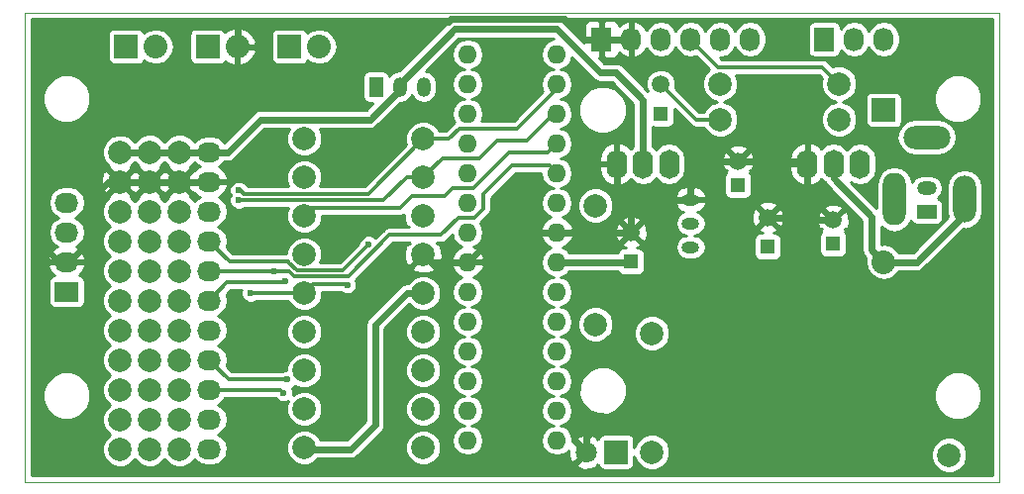
<source format=gbr>
G04 #@! TF.FileFunction,Copper,L2,Bot,Signal*
%FSLAX46Y46*%
G04 Gerber Fmt 4.6, Leading zero omitted, Abs format (unit mm)*
G04 Created by KiCad (PCBNEW 4.0.2+dfsg1-2~bpo8+1-stable) date vr 27 mei 2016 03:00:12 CEST*
%MOMM*%
G01*
G04 APERTURE LIST*
%ADD10C,0.100000*%
%ADD11R,1.699260X1.198880*%
%ADD12O,1.699260X1.198880*%
%ADD13O,4.000500X1.998980*%
%ADD14O,1.998980X4.000500*%
%ADD15O,1.998980X4.500880*%
%ADD16R,1.198880X1.699260*%
%ADD17O,1.198880X1.699260*%
%ADD18R,2.032000X2.032000*%
%ADD19O,2.032000X2.032000*%
%ADD20R,2.000000X2.000000*%
%ADD21C,1.800000*%
%ADD22R,1.300000X1.300000*%
%ADD23C,1.500000*%
%ADD24O,1.500000X1.000000*%
%ADD25C,1.998980*%
%ADD26C,2.000000*%
%ADD27O,2.032000X1.727200*%
%ADD28R,2.032000X1.727200*%
%ADD29R,1.727200X2.032000*%
%ADD30O,1.727200X2.032000*%
%ADD31O,1.747520X2.499360*%
%ADD32O,1.600000X1.600000*%
%ADD33C,0.600000*%
%ADD34C,0.600000*%
%ADD35C,0.400000*%
%ADD36C,0.250000*%
%ADD37C,0.300000*%
%ADD38C,0.254000*%
G04 APERTURE END LIST*
D10*
X219456000Y-140716000D02*
X136144000Y-140716000D01*
X219456000Y-100584000D02*
X219456000Y-140716000D01*
X136144000Y-100584000D02*
X219456000Y-100584000D01*
X136144000Y-140716000D02*
X136144000Y-100584000D01*
D11*
X213233000Y-117602000D03*
D12*
X213233000Y-115600480D03*
D13*
X213233000Y-111252000D03*
D14*
X216484200Y-116552980D03*
D15*
X210482180Y-116552980D03*
D16*
X166149020Y-106934000D03*
D17*
X168181020Y-106934000D03*
X170213020Y-106934000D03*
D18*
X209550000Y-108920000D03*
D19*
X209550000Y-121920000D03*
D20*
X186690000Y-138176000D03*
D21*
X184150000Y-138176000D03*
D22*
X205232000Y-120364000D03*
D23*
X205232000Y-118332000D03*
D22*
X199644000Y-120610000D03*
D23*
X199644000Y-118110000D03*
D24*
X193040000Y-118618000D03*
X193040000Y-120650000D03*
X193040000Y-116586000D03*
D25*
X170180000Y-124587000D03*
X160020000Y-124587000D03*
D26*
X149352000Y-115062000D03*
X144272000Y-112539629D03*
X146812000Y-112522000D03*
X149352000Y-112522000D03*
D27*
X151892000Y-115062000D03*
X151892000Y-117602000D03*
X151892000Y-120142000D03*
X151892000Y-122682000D03*
X151892000Y-125222000D03*
X151892000Y-127762000D03*
X151892000Y-130302000D03*
X151892000Y-132842000D03*
X151892000Y-137922000D03*
X151892000Y-135382000D03*
X151892000Y-112522000D03*
D26*
X146812000Y-115062000D03*
X144272000Y-115062000D03*
X146812000Y-117602000D03*
X144272000Y-117602000D03*
X149352000Y-120159629D03*
X149352000Y-122699629D03*
X149352000Y-125239629D03*
X149352000Y-117602000D03*
X146812000Y-122682000D03*
X146812000Y-120142000D03*
X144272000Y-125222000D03*
X146812000Y-125222000D03*
X144272000Y-120142000D03*
X144272000Y-122682000D03*
X146812000Y-132859629D03*
X146812000Y-137939629D03*
X144272000Y-135399629D03*
X144272000Y-132859629D03*
X144272000Y-137939629D03*
X146812000Y-135399629D03*
X144272000Y-127762000D03*
X144272000Y-130302000D03*
X146812000Y-127762000D03*
X149352000Y-130319629D03*
X146812000Y-130319629D03*
X149352000Y-127779629D03*
X149352000Y-132859629D03*
X149352000Y-137939629D03*
X149352000Y-135399629D03*
D25*
X160020000Y-121285000D03*
X170180000Y-121285000D03*
X160020000Y-117983000D03*
X170180000Y-117983000D03*
X160020000Y-131191000D03*
X170180000Y-131191000D03*
X160020000Y-127889000D03*
X170180000Y-127889000D03*
X160020000Y-137795000D03*
X170180000Y-137795000D03*
X160020000Y-134493000D03*
X170180000Y-134493000D03*
X205740000Y-109728000D03*
X195580000Y-109728000D03*
X160020000Y-111379000D03*
X170180000Y-111379000D03*
X160020000Y-114681000D03*
X170180000Y-114681000D03*
D18*
X158750000Y-103505000D03*
D19*
X161290000Y-103505000D03*
D18*
X151765000Y-103505000D03*
D19*
X154305000Y-103505000D03*
D18*
X144780000Y-103505000D03*
D19*
X147320000Y-103505000D03*
D28*
X139700000Y-124460000D03*
D27*
X139700000Y-121920000D03*
X139700000Y-119380000D03*
X139700000Y-116840000D03*
D25*
X189738000Y-128016000D03*
X189738000Y-138176000D03*
X184912000Y-117094000D03*
X184912000Y-127254000D03*
X205740000Y-106680000D03*
X195580000Y-106680000D03*
D29*
X185420000Y-102870000D03*
D30*
X187960000Y-102870000D03*
X190500000Y-102870000D03*
X193040000Y-102870000D03*
X195580000Y-102870000D03*
X198120000Y-102870000D03*
D29*
X204470000Y-102870000D03*
D30*
X207010000Y-102870000D03*
X209550000Y-102870000D03*
D26*
X215138000Y-138430000D03*
D31*
X186728100Y-113538000D03*
X188976000Y-113538000D03*
X191223900Y-113538000D03*
X203022200Y-113538000D03*
X205270100Y-113538000D03*
X207518000Y-113538000D03*
D32*
X173990000Y-104140000D03*
X173990000Y-106680000D03*
X173990000Y-109220000D03*
X173990000Y-111760000D03*
X173990000Y-114300000D03*
X173990000Y-116840000D03*
X173990000Y-119380000D03*
X173990000Y-121920000D03*
X173990000Y-124460000D03*
X173990000Y-127000000D03*
X173990000Y-129540000D03*
X173990000Y-132080000D03*
X173990000Y-134620000D03*
X173990000Y-137160000D03*
X181610000Y-137160000D03*
X181610000Y-134620000D03*
X181610000Y-132080000D03*
X181610000Y-129540000D03*
X181610000Y-127000000D03*
X181610000Y-124460000D03*
X181610000Y-121920000D03*
X181610000Y-119380000D03*
X181610000Y-116840000D03*
X181610000Y-114300000D03*
X181610000Y-111760000D03*
X181610000Y-109220000D03*
X181610000Y-106680000D03*
X181610000Y-104140000D03*
D22*
X187960000Y-121880000D03*
D23*
X187960000Y-119380000D03*
D22*
X190500000Y-109220000D03*
D23*
X190500000Y-106720000D03*
D22*
X197104000Y-115316000D03*
D23*
X197104000Y-113284000D03*
D33*
X192532000Y-137414000D03*
X154431600Y-115806426D03*
X163691693Y-123871861D03*
X155448000Y-124587000D03*
X158369000Y-123571000D03*
X157442518Y-122714837D03*
X154431588Y-116633025D03*
X158568845Y-131978358D03*
X158239668Y-133109905D03*
X165511531Y-120447422D03*
D34*
X170180000Y-124587000D02*
X168766508Y-124587000D01*
X163970908Y-137922000D02*
X160274000Y-137922000D01*
X168766508Y-124587000D02*
X166073474Y-127280034D01*
X166073474Y-127280034D02*
X166073474Y-135819434D01*
X166073474Y-135819434D02*
X163970908Y-137922000D01*
X181610000Y-121920000D02*
X187920000Y-121920000D01*
X187920000Y-121920000D02*
X187960000Y-121880000D01*
D35*
X160274000Y-137922000D02*
X160020000Y-137668000D01*
X160020000Y-137668000D02*
X160020000Y-137795000D01*
X170180000Y-125095000D02*
X170053000Y-125095000D01*
D34*
X172373153Y-101360291D02*
X154305000Y-101360291D01*
X172558878Y-101174566D02*
X172373153Y-101360291D01*
X182260966Y-101174566D02*
X172558878Y-101174566D01*
X185420000Y-102870000D02*
X183956400Y-102870000D01*
X183956400Y-102870000D02*
X182260966Y-101174566D01*
X154305000Y-101360291D02*
X141209709Y-101360291D01*
X141209709Y-101360291D02*
X137045157Y-105524843D01*
X137045157Y-105524843D02*
X137045157Y-119900157D01*
X137045157Y-119900157D02*
X139065000Y-121920000D01*
X154305000Y-103505000D02*
X154305000Y-101360291D01*
X173990000Y-121920000D02*
X170815000Y-121920000D01*
X170815000Y-121920000D02*
X170180000Y-121285000D01*
X202946000Y-118110000D02*
X203168000Y-118332000D01*
X203168000Y-118332000D02*
X205232000Y-118332000D01*
X192532000Y-137414000D02*
X191401356Y-136283356D01*
X191401356Y-136283356D02*
X184769852Y-136283356D01*
X184769852Y-136283356D02*
X184150000Y-136903208D01*
X184150000Y-136903208D02*
X184150000Y-138176000D01*
X197104000Y-113284000D02*
X202768200Y-113284000D01*
X202768200Y-113284000D02*
X203022200Y-113538000D01*
X197104000Y-113284000D02*
X195242000Y-113284000D01*
X195242000Y-113284000D02*
X193040000Y-115486000D01*
X193040000Y-115486000D02*
X193040000Y-116586000D01*
X199644000Y-118110000D02*
X202946000Y-118110000D01*
X203022200Y-113538000D02*
X203022200Y-118033800D01*
X203022200Y-118033800D02*
X202946000Y-118110000D01*
X205010000Y-118110000D02*
X205232000Y-118332000D01*
X181610000Y-119380000D02*
X187960000Y-119380000D01*
X187960000Y-116586000D02*
X186728100Y-116586000D01*
X186728100Y-116586000D02*
X186728100Y-113538000D01*
X193040000Y-116586000D02*
X187960000Y-116586000D01*
X187960000Y-116586000D02*
X187960000Y-119380000D01*
X186728100Y-113538000D02*
X186728100Y-114261900D01*
X149352000Y-115062000D02*
X151892000Y-115062000D01*
X146812000Y-115062000D02*
X149352000Y-115062000D01*
D36*
X139065000Y-121920000D02*
X139700000Y-121920000D01*
D35*
X139700000Y-121920000D02*
X139852400Y-121920000D01*
D34*
X139852400Y-121920000D02*
X141767352Y-120005048D01*
X143225911Y-115062000D02*
X144141495Y-115062000D01*
X141767352Y-116520559D02*
X143225911Y-115062000D01*
X141767352Y-120005048D02*
X141767352Y-116520559D01*
X144141495Y-115062000D02*
X146685000Y-115062000D01*
X181610000Y-119380000D02*
X176530000Y-119380000D01*
X176530000Y-119380000D02*
X173990000Y-121920000D01*
D36*
X151739600Y-115062000D02*
X151892000Y-115062000D01*
D34*
X187960000Y-102870000D02*
X185420000Y-102870000D01*
D36*
X207010000Y-102870000D02*
X207010000Y-103022400D01*
X207010000Y-103022400D02*
X207064491Y-103076891D01*
D37*
X190500000Y-106720000D02*
X193508000Y-109728000D01*
X193508000Y-109728000D02*
X195580000Y-109728000D01*
D35*
X204470000Y-102870000D02*
X204282102Y-102870000D01*
D36*
X190500000Y-102717600D02*
X190500000Y-102870000D01*
D34*
X209550000Y-121920000D02*
X212373328Y-121920000D01*
X216484200Y-117809128D02*
X216484200Y-116552980D01*
X212373328Y-121920000D02*
X216484200Y-117809128D01*
X205270100Y-113538000D02*
X205270100Y-114770878D01*
X205270100Y-114770878D02*
X208531994Y-118032772D01*
X208531994Y-118032772D02*
X208531994Y-120901994D01*
X208531994Y-120901994D02*
X209550000Y-121920000D01*
X216286080Y-116967000D02*
X216286080Y-115966240D01*
X216286080Y-117967760D02*
X216286080Y-116967000D01*
D35*
X210058000Y-121412000D02*
X209550000Y-121920000D01*
D37*
X195415013Y-105245013D02*
X204305013Y-105245013D01*
X204305013Y-105245013D02*
X205740000Y-106680000D01*
X193040000Y-102870000D02*
X195415013Y-105245013D01*
X170180000Y-111379000D02*
X165472302Y-116086698D01*
X165472302Y-116086698D02*
X154824985Y-116086698D01*
X154824985Y-116086698D02*
X154544713Y-115806426D01*
X154544713Y-115806426D02*
X154431600Y-115806426D01*
X181610000Y-107108089D02*
X178228089Y-110490000D01*
X178228089Y-110490000D02*
X173273139Y-110490000D01*
X173273139Y-110490000D02*
X172384139Y-111379000D01*
X172384139Y-111379000D02*
X170180000Y-111379000D01*
D36*
X181610000Y-107108089D02*
X181610000Y-106680000D01*
X139852400Y-119380000D02*
X139700000Y-119380000D01*
D37*
X160020000Y-124587000D02*
X160753899Y-123853101D01*
X160753899Y-123853101D02*
X163672933Y-123853101D01*
X163672933Y-123853101D02*
X163691693Y-123871861D01*
X160020000Y-124587000D02*
X155448000Y-124587000D01*
D36*
X139700000Y-116840000D02*
X139700000Y-116205000D01*
X180975000Y-104140000D02*
X181610000Y-104140000D01*
X139700000Y-116840000D02*
X139547600Y-116840000D01*
D37*
X160020000Y-117983000D02*
X160715679Y-117287321D01*
X177527102Y-112522000D02*
X180848000Y-112522000D01*
X160715679Y-117287321D02*
X168198282Y-117287321D01*
X172720000Y-115570000D02*
X174479102Y-115570000D01*
X168198282Y-117287321D02*
X169207001Y-116278602D01*
X169207001Y-116278602D02*
X172011398Y-116278602D01*
X180848000Y-112522000D02*
X181610000Y-111760000D01*
X172011398Y-116278602D02*
X172720000Y-115570000D01*
X174479102Y-115570000D02*
X177527102Y-112522000D01*
X158369000Y-123571000D02*
X158254423Y-123685577D01*
X158254423Y-123685577D02*
X153428423Y-123685577D01*
X153428423Y-123685577D02*
X151892000Y-125222000D01*
D36*
X151892000Y-125375812D02*
X151892000Y-125222000D01*
X160147000Y-131572000D02*
X160020000Y-131445000D01*
X160020000Y-130810000D02*
X160020000Y-131445000D01*
D37*
X181610000Y-114300000D02*
X180968457Y-113658457D01*
X167309016Y-119611939D02*
X163786453Y-123134502D01*
X180968457Y-113658457D02*
X177811450Y-113658457D01*
X174591647Y-118110000D02*
X173228000Y-118110000D01*
X158745467Y-122714837D02*
X157442518Y-122714837D01*
X177811450Y-113658457D02*
X175330911Y-116138996D01*
X175330911Y-117370736D02*
X174591647Y-118110000D01*
X173228000Y-118110000D02*
X171726061Y-119611939D01*
X163786453Y-123134502D02*
X159165132Y-123134502D01*
X175330911Y-116138996D02*
X175330911Y-117370736D01*
X171726061Y-119611939D02*
X167309016Y-119611939D01*
X159165132Y-123134502D02*
X158745467Y-122714837D01*
X152067031Y-122714837D02*
X157442518Y-122714837D01*
X152034194Y-122682000D02*
X152067031Y-122714837D01*
D36*
X151892000Y-122682000D02*
X152034194Y-122682000D01*
D37*
X166814483Y-116633025D02*
X154855852Y-116633025D01*
X154855852Y-116633025D02*
X154431588Y-116633025D01*
X170180000Y-114681000D02*
X168766508Y-114681000D01*
X168766508Y-114681000D02*
X166814483Y-116633025D01*
X181356000Y-109220000D02*
X179070000Y-111506000D01*
X179070000Y-111506000D02*
X176530000Y-111506000D01*
X176530000Y-111506000D02*
X175006000Y-113030000D01*
X175006000Y-113030000D02*
X171831000Y-113030000D01*
X171831000Y-113030000D02*
X170180000Y-114681000D01*
D36*
X181356000Y-109220000D02*
X181610000Y-109220000D01*
D37*
X151892000Y-130302000D02*
X151892000Y-130321469D01*
X151892000Y-130321469D02*
X153528316Y-131957785D01*
X153528316Y-131957785D02*
X158548272Y-131957785D01*
X158548272Y-131957785D02*
X158568845Y-131978358D01*
D36*
X151892000Y-130302000D02*
X152400000Y-129794000D01*
D37*
X157971763Y-132842000D02*
X158239668Y-133109905D01*
X151892000Y-132842000D02*
X157971763Y-132842000D01*
X152146000Y-120396000D02*
X153664958Y-121914958D01*
X159372243Y-122634491D02*
X163324462Y-122634491D01*
X158670509Y-121914958D02*
X158670509Y-121932757D01*
X153664958Y-121914958D02*
X158670509Y-121914958D01*
X163324462Y-122634491D02*
X165511531Y-120447422D01*
X158670509Y-121932757D02*
X159372243Y-122634491D01*
D36*
X151892000Y-120142000D02*
X152146000Y-120396000D01*
D34*
X172890253Y-101974577D02*
X181589432Y-101974577D01*
X188976000Y-108070699D02*
X188976000Y-111688320D01*
X188976000Y-111688320D02*
X188976000Y-113538000D01*
X168181020Y-106934000D02*
X168181020Y-106683810D01*
X168181020Y-106683810D02*
X172890253Y-101974577D01*
X181589432Y-101974577D02*
X185346815Y-105731960D01*
X185346815Y-105731960D02*
X186637261Y-105731960D01*
X186637261Y-105731960D02*
X188976000Y-108070699D01*
X165637210Y-109728000D02*
X156302000Y-109728000D01*
X156302000Y-109728000D02*
X153508000Y-112522000D01*
X153508000Y-112522000D02*
X151892000Y-112522000D01*
X168181020Y-106934000D02*
X168181020Y-107184190D01*
X168181020Y-107184190D02*
X165637210Y-109728000D01*
X149352000Y-112522000D02*
X151892000Y-112522000D01*
X146812000Y-112522000D02*
X149352000Y-112522000D01*
X144272000Y-112539629D02*
X146794371Y-112539629D01*
D35*
X146794371Y-112539629D02*
X146812000Y-112522000D01*
D38*
G36*
X172573774Y-101210529D02*
X172305476Y-101389800D01*
X168160867Y-105534409D01*
X167749950Y-105616145D01*
X167384507Y-105860327D01*
X167274583Y-106024840D01*
X167249037Y-105889076D01*
X167133618Y-105709710D01*
X166957509Y-105589380D01*
X166748460Y-105547046D01*
X165549580Y-105547046D01*
X165354286Y-105583793D01*
X165174920Y-105699212D01*
X165054590Y-105875321D01*
X165012256Y-106084370D01*
X165012256Y-107783630D01*
X165049003Y-107978924D01*
X165164422Y-108158290D01*
X165340531Y-108278620D01*
X165549580Y-108320954D01*
X165874702Y-108320954D01*
X165294656Y-108901000D01*
X156302000Y-108901000D01*
X155985521Y-108963952D01*
X155717223Y-109143222D01*
X153165446Y-111695000D01*
X153162370Y-111695000D01*
X153057932Y-111538697D01*
X152606789Y-111237253D01*
X152074629Y-111131400D01*
X151709371Y-111131400D01*
X151177211Y-111237253D01*
X150726068Y-111538697D01*
X150646664Y-111657534D01*
X150218106Y-111228227D01*
X149657072Y-110995265D01*
X149049593Y-110994735D01*
X148488154Y-111226717D01*
X148081668Y-111632494D01*
X147678106Y-111228227D01*
X147117072Y-110995265D01*
X146509593Y-110994735D01*
X145948154Y-111226717D01*
X145532853Y-111641293D01*
X145138106Y-111245856D01*
X144577072Y-111012894D01*
X143969593Y-111012364D01*
X143408154Y-111244346D01*
X142978227Y-111673523D01*
X142745265Y-112234557D01*
X142744735Y-112842036D01*
X142976717Y-113403475D01*
X143348466Y-113775874D01*
X143299073Y-113909468D01*
X144272000Y-114882395D01*
X145244927Y-113909468D01*
X145195387Y-113775475D01*
X145551147Y-113420336D01*
X145893222Y-113763009D01*
X145839073Y-113909468D01*
X146812000Y-114882395D01*
X147784927Y-113909468D01*
X147730626Y-113762599D01*
X148082332Y-113411506D01*
X148433222Y-113763009D01*
X148379073Y-113909468D01*
X149352000Y-114882395D01*
X150324927Y-113909468D01*
X150270626Y-113762599D01*
X150645773Y-113388106D01*
X150646534Y-113386272D01*
X150726068Y-113505303D01*
X151072595Y-113736845D01*
X150977680Y-113770046D01*
X150586636Y-114119429D01*
X150504532Y-114089073D01*
X149531605Y-115062000D01*
X150504532Y-116034927D01*
X150586636Y-116004571D01*
X150977680Y-116353954D01*
X151072595Y-116387155D01*
X150726068Y-116618697D01*
X150646664Y-116737534D01*
X150270778Y-116360991D01*
X150324927Y-116214532D01*
X149352000Y-115241605D01*
X148379073Y-116214532D01*
X148433374Y-116361401D01*
X148081668Y-116712494D01*
X147730778Y-116360991D01*
X147784927Y-116214532D01*
X146812000Y-115241605D01*
X145839073Y-116214532D01*
X145893374Y-116361401D01*
X145541668Y-116712494D01*
X145190778Y-116360991D01*
X145244927Y-116214532D01*
X144272000Y-115241605D01*
X143299073Y-116214532D01*
X143353374Y-116361401D01*
X142978227Y-116735894D01*
X142745265Y-117296928D01*
X142744735Y-117904407D01*
X142976717Y-118465846D01*
X143382494Y-118872332D01*
X142978227Y-119275894D01*
X142745265Y-119836928D01*
X142744735Y-120444407D01*
X142976717Y-121005846D01*
X143382494Y-121412332D01*
X142978227Y-121815894D01*
X142745265Y-122376928D01*
X142744735Y-122984407D01*
X142976717Y-123545846D01*
X143382494Y-123952332D01*
X142978227Y-124355894D01*
X142745265Y-124916928D01*
X142744735Y-125524407D01*
X142976717Y-126085846D01*
X143382494Y-126492332D01*
X142978227Y-126895894D01*
X142745265Y-127456928D01*
X142744735Y-128064407D01*
X142976717Y-128625846D01*
X143382494Y-129032332D01*
X142978227Y-129435894D01*
X142745265Y-129996928D01*
X142744735Y-130604407D01*
X142976717Y-131165846D01*
X143391309Y-131581162D01*
X142978227Y-131993523D01*
X142745265Y-132554557D01*
X142744735Y-133162036D01*
X142976717Y-133723475D01*
X143382494Y-134129961D01*
X142978227Y-134533523D01*
X142745265Y-135094557D01*
X142744735Y-135702036D01*
X142976717Y-136263475D01*
X143382494Y-136669961D01*
X142978227Y-137073523D01*
X142745265Y-137634557D01*
X142744735Y-138242036D01*
X142976717Y-138803475D01*
X143405894Y-139233402D01*
X143966928Y-139466364D01*
X144574407Y-139466894D01*
X145135846Y-139234912D01*
X145542332Y-138829135D01*
X145945894Y-139233402D01*
X146506928Y-139466364D01*
X147114407Y-139466894D01*
X147675846Y-139234912D01*
X148082332Y-138829135D01*
X148485894Y-139233402D01*
X149046928Y-139466364D01*
X149654407Y-139466894D01*
X150215846Y-139234912D01*
X150645773Y-138805735D01*
X150651049Y-138793029D01*
X150726068Y-138905303D01*
X151177211Y-139206747D01*
X151709371Y-139312600D01*
X152074629Y-139312600D01*
X152606789Y-139206747D01*
X153057932Y-138905303D01*
X153359376Y-138454160D01*
X153430358Y-138097306D01*
X158493245Y-138097306D01*
X158725150Y-138658558D01*
X159154184Y-139088341D01*
X159715030Y-139321225D01*
X160322306Y-139321755D01*
X160883558Y-139089850D01*
X161225003Y-138749000D01*
X163970908Y-138749000D01*
X164287387Y-138686048D01*
X164555685Y-138506777D01*
X164965156Y-138097306D01*
X168653245Y-138097306D01*
X168885150Y-138658558D01*
X169314184Y-139088341D01*
X169875030Y-139321225D01*
X170482306Y-139321755D01*
X171043558Y-139089850D01*
X171473341Y-138660816D01*
X171706225Y-138099970D01*
X171706755Y-137492694D01*
X171474850Y-136931442D01*
X171045816Y-136501659D01*
X170484970Y-136268775D01*
X169877694Y-136268245D01*
X169316442Y-136500150D01*
X168886659Y-136929184D01*
X168653775Y-137490030D01*
X168653245Y-138097306D01*
X164965156Y-138097306D01*
X166658251Y-136404212D01*
X166837522Y-136135913D01*
X166860627Y-136019755D01*
X166900474Y-135819434D01*
X166900474Y-134795306D01*
X168653245Y-134795306D01*
X168885150Y-135356558D01*
X169314184Y-135786341D01*
X169875030Y-136019225D01*
X170482306Y-136019755D01*
X171043558Y-135787850D01*
X171473341Y-135358816D01*
X171706225Y-134797970D01*
X171706755Y-134190694D01*
X171474850Y-133629442D01*
X171045816Y-133199659D01*
X170484970Y-132966775D01*
X169877694Y-132966245D01*
X169316442Y-133198150D01*
X168886659Y-133627184D01*
X168653775Y-134188030D01*
X168653245Y-134795306D01*
X166900474Y-134795306D01*
X166900474Y-131493306D01*
X168653245Y-131493306D01*
X168885150Y-132054558D01*
X169314184Y-132484341D01*
X169875030Y-132717225D01*
X170482306Y-132717755D01*
X171043558Y-132485850D01*
X171473341Y-132056816D01*
X171706225Y-131495970D01*
X171706755Y-130888694D01*
X171474850Y-130327442D01*
X171045816Y-129897659D01*
X170484970Y-129664775D01*
X169877694Y-129664245D01*
X169316442Y-129896150D01*
X168886659Y-130325184D01*
X168653775Y-130886030D01*
X168653245Y-131493306D01*
X166900474Y-131493306D01*
X166900474Y-128191306D01*
X168653245Y-128191306D01*
X168885150Y-128752558D01*
X169314184Y-129182341D01*
X169875030Y-129415225D01*
X170482306Y-129415755D01*
X171043558Y-129183850D01*
X171473341Y-128754816D01*
X171706225Y-128193970D01*
X171706755Y-127586694D01*
X171474850Y-127025442D01*
X171045816Y-126595659D01*
X170484970Y-126362775D01*
X169877694Y-126362245D01*
X169316442Y-126594150D01*
X168886659Y-127023184D01*
X168653775Y-127584030D01*
X168653245Y-128191306D01*
X166900474Y-128191306D01*
X166900474Y-127622588D01*
X168978745Y-125544317D01*
X169314184Y-125880341D01*
X169875030Y-126113225D01*
X170482306Y-126113755D01*
X171043558Y-125881850D01*
X171473341Y-125452816D01*
X171706225Y-124891970D01*
X171706755Y-124284694D01*
X171474850Y-123723442D01*
X171045816Y-123293659D01*
X170484970Y-123060775D01*
X169877694Y-123060245D01*
X169316442Y-123292150D01*
X168886659Y-123721184D01*
X168870541Y-123760000D01*
X168766508Y-123760000D01*
X168450029Y-123822952D01*
X168181731Y-124002223D01*
X165488697Y-126695257D01*
X165309426Y-126963555D01*
X165246474Y-127280034D01*
X165246474Y-135476879D01*
X163628354Y-137095000D01*
X161382431Y-137095000D01*
X161314850Y-136931442D01*
X160885816Y-136501659D01*
X160324970Y-136268775D01*
X159717694Y-136268245D01*
X159156442Y-136500150D01*
X158726659Y-136929184D01*
X158493775Y-137490030D01*
X158493245Y-138097306D01*
X153430358Y-138097306D01*
X153465229Y-137922000D01*
X153359376Y-137389840D01*
X153057932Y-136938697D01*
X152628859Y-136652000D01*
X153057932Y-136365303D01*
X153359376Y-135914160D01*
X153465229Y-135382000D01*
X153359376Y-134849840D01*
X153057932Y-134398697D01*
X152628859Y-134112000D01*
X153057932Y-133825303D01*
X153262597Y-133519000D01*
X157513888Y-133519000D01*
X157538163Y-133577751D01*
X157770598Y-133810593D01*
X158074446Y-133936761D01*
X158403447Y-133937048D01*
X158638283Y-133840015D01*
X158493775Y-134188030D01*
X158493245Y-134795306D01*
X158725150Y-135356558D01*
X159154184Y-135786341D01*
X159715030Y-136019225D01*
X160322306Y-136019755D01*
X160883558Y-135787850D01*
X161313341Y-135358816D01*
X161546225Y-134797970D01*
X161546755Y-134190694D01*
X161314850Y-133629442D01*
X160885816Y-133199659D01*
X160324970Y-132966775D01*
X159717694Y-132966245D01*
X159156442Y-133198150D01*
X159057457Y-133296962D01*
X159066524Y-133275127D01*
X159066811Y-132946126D01*
X158968445Y-132708062D01*
X159036691Y-132679863D01*
X159209532Y-132507324D01*
X159715030Y-132717225D01*
X160322306Y-132717755D01*
X160883558Y-132485850D01*
X161313341Y-132056816D01*
X161546225Y-131495970D01*
X161546755Y-130888694D01*
X161314850Y-130327442D01*
X160885816Y-129897659D01*
X160324970Y-129664775D01*
X159717694Y-129664245D01*
X159156442Y-129896150D01*
X158726659Y-130325184D01*
X158493775Y-130886030D01*
X158493543Y-131151292D01*
X158405066Y-131151215D01*
X158100999Y-131276853D01*
X158097060Y-131280785D01*
X153808738Y-131280785D01*
X153359830Y-130831877D01*
X153465229Y-130302000D01*
X153359376Y-129769840D01*
X153057932Y-129318697D01*
X152628859Y-129032000D01*
X153057932Y-128745303D01*
X153359376Y-128294160D01*
X153379834Y-128191306D01*
X158493245Y-128191306D01*
X158725150Y-128752558D01*
X159154184Y-129182341D01*
X159715030Y-129415225D01*
X160322306Y-129415755D01*
X160883558Y-129183850D01*
X161313341Y-128754816D01*
X161546225Y-128193970D01*
X161546755Y-127586694D01*
X161314850Y-127025442D01*
X160885816Y-126595659D01*
X160324970Y-126362775D01*
X159717694Y-126362245D01*
X159156442Y-126594150D01*
X158726659Y-127023184D01*
X158493775Y-127584030D01*
X158493245Y-128191306D01*
X153379834Y-128191306D01*
X153465229Y-127762000D01*
X153359376Y-127229840D01*
X153057932Y-126778697D01*
X152628859Y-126492000D01*
X153057932Y-126205303D01*
X153359376Y-125754160D01*
X153465229Y-125222000D01*
X153363060Y-124708362D01*
X153708845Y-124362577D01*
X154645726Y-124362577D01*
X154621144Y-124421778D01*
X154620857Y-124750779D01*
X154746495Y-125054846D01*
X154978930Y-125287688D01*
X155282778Y-125413856D01*
X155611779Y-125414143D01*
X155915846Y-125288505D01*
X155940394Y-125264000D01*
X158648066Y-125264000D01*
X158725150Y-125450558D01*
X159154184Y-125880341D01*
X159715030Y-126113225D01*
X160322306Y-126113755D01*
X160883558Y-125881850D01*
X161313341Y-125452816D01*
X161546225Y-124891970D01*
X161546541Y-124530101D01*
X163180249Y-124530101D01*
X163222623Y-124572549D01*
X163526471Y-124698717D01*
X163855472Y-124699004D01*
X164159539Y-124573366D01*
X164392381Y-124340931D01*
X164518549Y-124037083D01*
X164518836Y-123708082D01*
X164416929Y-123461448D01*
X165441214Y-122437163D01*
X169207443Y-122437163D01*
X169306042Y-122703965D01*
X169915582Y-122930401D01*
X170565377Y-122906341D01*
X171053958Y-122703965D01*
X171152557Y-122437163D01*
X170984434Y-122269039D01*
X172598096Y-122269039D01*
X172758959Y-122657423D01*
X173134866Y-123072389D01*
X173470389Y-123231186D01*
X173456182Y-123234012D01*
X173025672Y-123521669D01*
X172738015Y-123952179D01*
X172637003Y-124460000D01*
X172738015Y-124967821D01*
X173025672Y-125398331D01*
X173456182Y-125685988D01*
X173677445Y-125730000D01*
X173456182Y-125774012D01*
X173025672Y-126061669D01*
X172738015Y-126492179D01*
X172637003Y-127000000D01*
X172738015Y-127507821D01*
X173025672Y-127938331D01*
X173456182Y-128225988D01*
X173677445Y-128270000D01*
X173456182Y-128314012D01*
X173025672Y-128601669D01*
X172738015Y-129032179D01*
X172637003Y-129540000D01*
X172738015Y-130047821D01*
X173025672Y-130478331D01*
X173456182Y-130765988D01*
X173677445Y-130810000D01*
X173456182Y-130854012D01*
X173025672Y-131141669D01*
X172738015Y-131572179D01*
X172637003Y-132080000D01*
X172738015Y-132587821D01*
X173025672Y-133018331D01*
X173456182Y-133305988D01*
X173677445Y-133350000D01*
X173456182Y-133394012D01*
X173025672Y-133681669D01*
X172738015Y-134112179D01*
X172637003Y-134620000D01*
X172738015Y-135127821D01*
X173025672Y-135558331D01*
X173456182Y-135845988D01*
X173677445Y-135890000D01*
X173456182Y-135934012D01*
X173025672Y-136221669D01*
X172738015Y-136652179D01*
X172637003Y-137160000D01*
X172738015Y-137667821D01*
X173025672Y-138098331D01*
X173456182Y-138385988D01*
X173964003Y-138487000D01*
X174015997Y-138487000D01*
X174523818Y-138385988D01*
X174954328Y-138098331D01*
X175241985Y-137667821D01*
X175342997Y-137160000D01*
X175241985Y-136652179D01*
X174954328Y-136221669D01*
X174523818Y-135934012D01*
X174302555Y-135890000D01*
X174523818Y-135845988D01*
X174954328Y-135558331D01*
X175241985Y-135127821D01*
X175342997Y-134620000D01*
X175241985Y-134112179D01*
X174954328Y-133681669D01*
X174523818Y-133394012D01*
X174302555Y-133350000D01*
X174523818Y-133305988D01*
X174954328Y-133018331D01*
X175241985Y-132587821D01*
X175342997Y-132080000D01*
X175241985Y-131572179D01*
X174954328Y-131141669D01*
X174523818Y-130854012D01*
X174302555Y-130810000D01*
X174523818Y-130765988D01*
X174954328Y-130478331D01*
X175241985Y-130047821D01*
X175342997Y-129540000D01*
X175241985Y-129032179D01*
X174954328Y-128601669D01*
X174523818Y-128314012D01*
X174302555Y-128270000D01*
X174523818Y-128225988D01*
X174954328Y-127938331D01*
X175241985Y-127507821D01*
X175342997Y-127000000D01*
X175241985Y-126492179D01*
X174954328Y-126061669D01*
X174523818Y-125774012D01*
X174302555Y-125730000D01*
X174523818Y-125685988D01*
X174954328Y-125398331D01*
X175241985Y-124967821D01*
X175342997Y-124460000D01*
X175241985Y-123952179D01*
X174954328Y-123521669D01*
X174523818Y-123234012D01*
X174509611Y-123231186D01*
X174845134Y-123072389D01*
X175221041Y-122657423D01*
X175381904Y-122269039D01*
X175259915Y-122047000D01*
X174117000Y-122047000D01*
X174117000Y-122067000D01*
X173863000Y-122067000D01*
X173863000Y-122047000D01*
X172720085Y-122047000D01*
X172598096Y-122269039D01*
X170984434Y-122269039D01*
X170180000Y-121464605D01*
X169207443Y-122437163D01*
X165441214Y-122437163D01*
X167589439Y-120288939D01*
X169004331Y-120288939D01*
X169027836Y-120312444D01*
X168761035Y-120411042D01*
X168534599Y-121020582D01*
X168558659Y-121670377D01*
X168761035Y-122158958D01*
X169027837Y-122257557D01*
X170000395Y-121285000D01*
X169986252Y-121270858D01*
X170165858Y-121091252D01*
X170180000Y-121105395D01*
X170194142Y-121091252D01*
X170373748Y-121270858D01*
X170359605Y-121285000D01*
X171332163Y-122257557D01*
X171598965Y-122158958D01*
X171825401Y-121549418D01*
X171801341Y-120899623D01*
X171598965Y-120411042D01*
X171332164Y-120312444D01*
X171355669Y-120288939D01*
X171726061Y-120288939D01*
X171985138Y-120237405D01*
X172204772Y-120090650D01*
X172683196Y-119612227D01*
X172738015Y-119887821D01*
X173025672Y-120318331D01*
X173456182Y-120605988D01*
X173470389Y-120608814D01*
X173134866Y-120767611D01*
X172758959Y-121182577D01*
X172598096Y-121570961D01*
X172720085Y-121793000D01*
X173863000Y-121793000D01*
X173863000Y-121773000D01*
X174117000Y-121773000D01*
X174117000Y-121793000D01*
X175259915Y-121793000D01*
X175381904Y-121570961D01*
X175221041Y-121182577D01*
X174845134Y-120767611D01*
X174509611Y-120608814D01*
X174523818Y-120605988D01*
X174954328Y-120318331D01*
X175241985Y-119887821D01*
X175273568Y-119729039D01*
X180218096Y-119729039D01*
X180378959Y-120117423D01*
X180754866Y-120532389D01*
X181090389Y-120691186D01*
X181076182Y-120694012D01*
X180645672Y-120981669D01*
X180358015Y-121412179D01*
X180257003Y-121920000D01*
X180358015Y-122427821D01*
X180645672Y-122858331D01*
X181076182Y-123145988D01*
X181297445Y-123190000D01*
X181076182Y-123234012D01*
X180645672Y-123521669D01*
X180358015Y-123952179D01*
X180257003Y-124460000D01*
X180358015Y-124967821D01*
X180645672Y-125398331D01*
X181076182Y-125685988D01*
X181297445Y-125730000D01*
X181076182Y-125774012D01*
X180645672Y-126061669D01*
X180358015Y-126492179D01*
X180257003Y-127000000D01*
X180358015Y-127507821D01*
X180645672Y-127938331D01*
X181076182Y-128225988D01*
X181297445Y-128270000D01*
X181076182Y-128314012D01*
X180645672Y-128601669D01*
X180358015Y-129032179D01*
X180257003Y-129540000D01*
X180358015Y-130047821D01*
X180645672Y-130478331D01*
X181076182Y-130765988D01*
X181297445Y-130810000D01*
X181076182Y-130854012D01*
X180645672Y-131141669D01*
X180358015Y-131572179D01*
X180257003Y-132080000D01*
X180358015Y-132587821D01*
X180645672Y-133018331D01*
X181076182Y-133305988D01*
X181297445Y-133350000D01*
X181076182Y-133394012D01*
X180645672Y-133681669D01*
X180358015Y-134112179D01*
X180257003Y-134620000D01*
X180358015Y-135127821D01*
X180645672Y-135558331D01*
X181076182Y-135845988D01*
X181297445Y-135890000D01*
X181076182Y-135934012D01*
X180645672Y-136221669D01*
X180358015Y-136652179D01*
X180257003Y-137160000D01*
X180358015Y-137667821D01*
X180645672Y-138098331D01*
X181076182Y-138385988D01*
X181584003Y-138487000D01*
X181635997Y-138487000D01*
X182143818Y-138385988D01*
X182574328Y-138098331D01*
X182608254Y-138047557D01*
X182629161Y-138545460D01*
X182813357Y-138990148D01*
X183069841Y-139076554D01*
X183970395Y-138176000D01*
X183069841Y-137275446D01*
X182930710Y-137322317D01*
X182962997Y-137160000D01*
X182950235Y-137095841D01*
X183249446Y-137095841D01*
X184150000Y-137996395D01*
X184164143Y-137982253D01*
X184343748Y-138161858D01*
X184329605Y-138176000D01*
X184343748Y-138190143D01*
X184164143Y-138369748D01*
X184150000Y-138355605D01*
X183249446Y-139256159D01*
X183335852Y-139512643D01*
X183909336Y-139722458D01*
X184519460Y-139696839D01*
X184964148Y-139512643D01*
X185050553Y-139256161D01*
X185165110Y-139370718D01*
X185185481Y-139350347D01*
X185189423Y-139371294D01*
X185304842Y-139550660D01*
X185480951Y-139670990D01*
X185690000Y-139713324D01*
X187690000Y-139713324D01*
X187885294Y-139676577D01*
X188064660Y-139561158D01*
X188184990Y-139385049D01*
X188227324Y-139176000D01*
X188227324Y-138517220D01*
X188443150Y-139039558D01*
X188872184Y-139469341D01*
X189433030Y-139702225D01*
X190040306Y-139702755D01*
X190601558Y-139470850D01*
X191031341Y-139041816D01*
X191159819Y-138732407D01*
X213610735Y-138732407D01*
X213842717Y-139293846D01*
X214271894Y-139723773D01*
X214832928Y-139956735D01*
X215440407Y-139957265D01*
X216001846Y-139725283D01*
X216431773Y-139296106D01*
X216664735Y-138735072D01*
X216665265Y-138127593D01*
X216433283Y-137566154D01*
X216004106Y-137136227D01*
X215443072Y-136903265D01*
X214835593Y-136902735D01*
X214274154Y-137134717D01*
X213844227Y-137563894D01*
X213611265Y-138124928D01*
X213610735Y-138732407D01*
X191159819Y-138732407D01*
X191264225Y-138480970D01*
X191264755Y-137873694D01*
X191032850Y-137312442D01*
X190603816Y-136882659D01*
X190042970Y-136649775D01*
X189435694Y-136649245D01*
X188874442Y-136881150D01*
X188444659Y-137310184D01*
X188227324Y-137833584D01*
X188227324Y-137176000D01*
X188190577Y-136980706D01*
X188075158Y-136801340D01*
X187899049Y-136681010D01*
X187690000Y-136638676D01*
X185690000Y-136638676D01*
X185494706Y-136675423D01*
X185315340Y-136790842D01*
X185195010Y-136966951D01*
X185187561Y-137003733D01*
X185165110Y-136981282D01*
X185050553Y-137095839D01*
X184964148Y-136839357D01*
X184390664Y-136629542D01*
X183780540Y-136655161D01*
X183335852Y-136839357D01*
X183249446Y-137095841D01*
X182950235Y-137095841D01*
X182861985Y-136652179D01*
X182574328Y-136221669D01*
X182143818Y-135934012D01*
X181922555Y-135890000D01*
X182143818Y-135845988D01*
X182574328Y-135558331D01*
X182861985Y-135127821D01*
X182962997Y-134620000D01*
X182861985Y-134112179D01*
X182574328Y-133681669D01*
X182143818Y-133394012D01*
X181922555Y-133350000D01*
X182115207Y-133311679D01*
X183495645Y-133311679D01*
X183807233Y-134065780D01*
X184383685Y-134643239D01*
X185137241Y-134956143D01*
X185953179Y-134956855D01*
X186707280Y-134645267D01*
X187284739Y-134068815D01*
X187414556Y-133756179D01*
X213848645Y-133756179D01*
X214160233Y-134510280D01*
X214736685Y-135087739D01*
X215490241Y-135400643D01*
X216306179Y-135401355D01*
X217060280Y-135089767D01*
X217637739Y-134513315D01*
X217950643Y-133759759D01*
X217951355Y-132943821D01*
X217639767Y-132189720D01*
X217063315Y-131612261D01*
X216309759Y-131299357D01*
X215493821Y-131298645D01*
X214739720Y-131610233D01*
X214162261Y-132186685D01*
X213849357Y-132940241D01*
X213848645Y-133756179D01*
X187414556Y-133756179D01*
X187597643Y-133315259D01*
X187598355Y-132499321D01*
X187286767Y-131745220D01*
X186710315Y-131167761D01*
X185956759Y-130854857D01*
X185140821Y-130854145D01*
X184386720Y-131165733D01*
X183809261Y-131742185D01*
X183496357Y-132495741D01*
X183495645Y-133311679D01*
X182115207Y-133311679D01*
X182143818Y-133305988D01*
X182574328Y-133018331D01*
X182861985Y-132587821D01*
X182962997Y-132080000D01*
X182861985Y-131572179D01*
X182574328Y-131141669D01*
X182143818Y-130854012D01*
X181922555Y-130810000D01*
X182143818Y-130765988D01*
X182574328Y-130478331D01*
X182861985Y-130047821D01*
X182962997Y-129540000D01*
X182861985Y-129032179D01*
X182574328Y-128601669D01*
X182143818Y-128314012D01*
X181922555Y-128270000D01*
X182143818Y-128225988D01*
X182574328Y-127938331D01*
X182829588Y-127556306D01*
X183385245Y-127556306D01*
X183617150Y-128117558D01*
X184046184Y-128547341D01*
X184607030Y-128780225D01*
X185214306Y-128780755D01*
X185775558Y-128548850D01*
X186006504Y-128318306D01*
X188211245Y-128318306D01*
X188443150Y-128879558D01*
X188872184Y-129309341D01*
X189433030Y-129542225D01*
X190040306Y-129542755D01*
X190601558Y-129310850D01*
X191031341Y-128881816D01*
X191264225Y-128320970D01*
X191264755Y-127713694D01*
X191032850Y-127152442D01*
X190603816Y-126722659D01*
X190042970Y-126489775D01*
X189435694Y-126489245D01*
X188874442Y-126721150D01*
X188444659Y-127150184D01*
X188211775Y-127711030D01*
X188211245Y-128318306D01*
X186006504Y-128318306D01*
X186205341Y-128119816D01*
X186438225Y-127558970D01*
X186438755Y-126951694D01*
X186206850Y-126390442D01*
X185777816Y-125960659D01*
X185216970Y-125727775D01*
X184609694Y-125727245D01*
X184048442Y-125959150D01*
X183618659Y-126388184D01*
X183385775Y-126949030D01*
X183385245Y-127556306D01*
X182829588Y-127556306D01*
X182861985Y-127507821D01*
X182962997Y-127000000D01*
X182861985Y-126492179D01*
X182574328Y-126061669D01*
X182143818Y-125774012D01*
X181922555Y-125730000D01*
X182143818Y-125685988D01*
X182574328Y-125398331D01*
X182861985Y-124967821D01*
X182962997Y-124460000D01*
X182861985Y-123952179D01*
X182574328Y-123521669D01*
X182143818Y-123234012D01*
X181922555Y-123190000D01*
X182143818Y-123145988D01*
X182574328Y-122858331D01*
X182648717Y-122747000D01*
X186823390Y-122747000D01*
X186924842Y-122904660D01*
X187100951Y-123024990D01*
X187310000Y-123067324D01*
X188610000Y-123067324D01*
X188805294Y-123030577D01*
X188984660Y-122915158D01*
X189104990Y-122739049D01*
X189147324Y-122530000D01*
X189147324Y-121230000D01*
X189110577Y-121034706D01*
X188995158Y-120855340D01*
X188819049Y-120735010D01*
X188610000Y-120692676D01*
X188441981Y-120692676D01*
X188683923Y-120592460D01*
X188751912Y-120351517D01*
X187960000Y-119559605D01*
X187168088Y-120351517D01*
X187236077Y-120592460D01*
X187517669Y-120692676D01*
X187310000Y-120692676D01*
X187114706Y-120729423D01*
X186935340Y-120844842D01*
X186815010Y-121020951D01*
X186800420Y-121093000D01*
X182648717Y-121093000D01*
X182574328Y-120981669D01*
X182143818Y-120694012D01*
X182129611Y-120691186D01*
X182465134Y-120532389D01*
X182841041Y-120117423D01*
X183001904Y-119729039D01*
X182879915Y-119507000D01*
X181737000Y-119507000D01*
X181737000Y-119527000D01*
X181483000Y-119527000D01*
X181483000Y-119507000D01*
X180340085Y-119507000D01*
X180218096Y-119729039D01*
X175273568Y-119729039D01*
X175342997Y-119380000D01*
X175241985Y-118872179D01*
X175058066Y-118596924D01*
X175070358Y-118588711D01*
X175809622Y-117849447D01*
X175840393Y-117803395D01*
X175956377Y-117629813D01*
X176007911Y-117370736D01*
X176007911Y-116419418D01*
X178091872Y-114335457D01*
X180264056Y-114335457D01*
X180358015Y-114807821D01*
X180645672Y-115238331D01*
X181076182Y-115525988D01*
X181297445Y-115570000D01*
X181076182Y-115614012D01*
X180645672Y-115901669D01*
X180358015Y-116332179D01*
X180257003Y-116840000D01*
X180358015Y-117347821D01*
X180645672Y-117778331D01*
X181076182Y-118065988D01*
X181090389Y-118068814D01*
X180754866Y-118227611D01*
X180378959Y-118642577D01*
X180218096Y-119030961D01*
X180340085Y-119253000D01*
X181483000Y-119253000D01*
X181483000Y-119233000D01*
X181737000Y-119233000D01*
X181737000Y-119253000D01*
X182879915Y-119253000D01*
X182922674Y-119175171D01*
X186562799Y-119175171D01*
X186590770Y-119725448D01*
X186747540Y-120103923D01*
X186988483Y-120171912D01*
X187780395Y-119380000D01*
X188139605Y-119380000D01*
X188931517Y-120171912D01*
X189172460Y-120103923D01*
X189357201Y-119584829D01*
X189329230Y-119034552D01*
X189172460Y-118656077D01*
X188931517Y-118588088D01*
X188139605Y-119380000D01*
X187780395Y-119380000D01*
X186988483Y-118588088D01*
X186747540Y-118656077D01*
X186562799Y-119175171D01*
X182922674Y-119175171D01*
X183001904Y-119030961D01*
X182841041Y-118642577D01*
X182465134Y-118227611D01*
X182129611Y-118068814D01*
X182143818Y-118065988D01*
X182574328Y-117778331D01*
X182829588Y-117396306D01*
X183385245Y-117396306D01*
X183617150Y-117957558D01*
X184046184Y-118387341D01*
X184607030Y-118620225D01*
X185214306Y-118620755D01*
X185728042Y-118408483D01*
X187168088Y-118408483D01*
X187960000Y-119200395D01*
X188751912Y-118408483D01*
X188683923Y-118167540D01*
X188164829Y-117982799D01*
X187614552Y-118010770D01*
X187236077Y-118167540D01*
X187168088Y-118408483D01*
X185728042Y-118408483D01*
X185775558Y-118388850D01*
X186205341Y-117959816D01*
X186438225Y-117398970D01*
X186438671Y-116887874D01*
X191695881Y-116887874D01*
X191708414Y-116972160D01*
X191938522Y-117356670D01*
X192298260Y-117623853D01*
X192431520Y-117657330D01*
X192371966Y-117669176D01*
X192038783Y-117891801D01*
X191816158Y-118224984D01*
X191737982Y-118618000D01*
X191816158Y-119011016D01*
X192038783Y-119344199D01*
X192371966Y-119566824D01*
X192709681Y-119634000D01*
X192371966Y-119701176D01*
X192038783Y-119923801D01*
X191816158Y-120256984D01*
X191737982Y-120650000D01*
X191816158Y-121043016D01*
X192038783Y-121376199D01*
X192371966Y-121598824D01*
X192764982Y-121677000D01*
X193315018Y-121677000D01*
X193708034Y-121598824D01*
X194041217Y-121376199D01*
X194263842Y-121043016D01*
X194342018Y-120650000D01*
X194263842Y-120256984D01*
X194065405Y-119960000D01*
X198456676Y-119960000D01*
X198456676Y-121260000D01*
X198493423Y-121455294D01*
X198608842Y-121634660D01*
X198784951Y-121754990D01*
X198994000Y-121797324D01*
X200294000Y-121797324D01*
X200489294Y-121760577D01*
X200668660Y-121645158D01*
X200788990Y-121469049D01*
X200831324Y-121260000D01*
X200831324Y-119960000D01*
X200794577Y-119764706D01*
X200679158Y-119585340D01*
X200503049Y-119465010D01*
X200294000Y-119422676D01*
X200125981Y-119422676D01*
X200367923Y-119322460D01*
X200435912Y-119081517D01*
X199644000Y-118289605D01*
X198852088Y-119081517D01*
X198920077Y-119322460D01*
X199201669Y-119422676D01*
X198994000Y-119422676D01*
X198798706Y-119459423D01*
X198619340Y-119574842D01*
X198499010Y-119750951D01*
X198456676Y-119960000D01*
X194065405Y-119960000D01*
X194041217Y-119923801D01*
X193708034Y-119701176D01*
X193370319Y-119634000D01*
X193708034Y-119566824D01*
X194041217Y-119344199D01*
X194263842Y-119011016D01*
X194342018Y-118618000D01*
X194263842Y-118224984D01*
X194050151Y-117905171D01*
X198246799Y-117905171D01*
X198274770Y-118455448D01*
X198431540Y-118833923D01*
X198672483Y-118901912D01*
X199464395Y-118110000D01*
X199823605Y-118110000D01*
X200615517Y-118901912D01*
X200856460Y-118833923D01*
X201041201Y-118314829D01*
X201031663Y-118127171D01*
X203834799Y-118127171D01*
X203862770Y-118677448D01*
X204019540Y-119055923D01*
X204260481Y-119123911D01*
X204145426Y-119238966D01*
X204224354Y-119317894D01*
X204207340Y-119328842D01*
X204087010Y-119504951D01*
X204044676Y-119714000D01*
X204044676Y-121014000D01*
X204081423Y-121209294D01*
X204196842Y-121388660D01*
X204372951Y-121508990D01*
X204582000Y-121551324D01*
X205882000Y-121551324D01*
X206077294Y-121514577D01*
X206256660Y-121399158D01*
X206376990Y-121223049D01*
X206419324Y-121014000D01*
X206419324Y-119714000D01*
X206382577Y-119518706D01*
X206267158Y-119339340D01*
X206238073Y-119319467D01*
X206318574Y-119238966D01*
X206203519Y-119123911D01*
X206444460Y-119055923D01*
X206629201Y-118536829D01*
X206601230Y-117986552D01*
X206444460Y-117608077D01*
X206203517Y-117540088D01*
X205411605Y-118332000D01*
X205425748Y-118346143D01*
X205246143Y-118525748D01*
X205232000Y-118511605D01*
X205217858Y-118525748D01*
X205038253Y-118346143D01*
X205052395Y-118332000D01*
X204260483Y-117540088D01*
X204019540Y-117608077D01*
X203834799Y-118127171D01*
X201031663Y-118127171D01*
X201013230Y-117764552D01*
X200856460Y-117386077D01*
X200765759Y-117360483D01*
X204440088Y-117360483D01*
X205232000Y-118152395D01*
X206023912Y-117360483D01*
X205955923Y-117119540D01*
X205436829Y-116934799D01*
X204886552Y-116962770D01*
X204508077Y-117119540D01*
X204440088Y-117360483D01*
X200765759Y-117360483D01*
X200615517Y-117318088D01*
X199823605Y-118110000D01*
X199464395Y-118110000D01*
X198672483Y-117318088D01*
X198431540Y-117386077D01*
X198246799Y-117905171D01*
X194050151Y-117905171D01*
X194041217Y-117891801D01*
X193708034Y-117669176D01*
X193648480Y-117657330D01*
X193781740Y-117623853D01*
X194141478Y-117356670D01*
X194272050Y-117138483D01*
X198852088Y-117138483D01*
X199644000Y-117930395D01*
X200435912Y-117138483D01*
X200367923Y-116897540D01*
X199848829Y-116712799D01*
X199298552Y-116740770D01*
X198920077Y-116897540D01*
X198852088Y-117138483D01*
X194272050Y-117138483D01*
X194371586Y-116972160D01*
X194384119Y-116887874D01*
X194257954Y-116713000D01*
X193167000Y-116713000D01*
X193167000Y-116733000D01*
X192913000Y-116733000D01*
X192913000Y-116713000D01*
X191822046Y-116713000D01*
X191695881Y-116887874D01*
X186438671Y-116887874D01*
X186438755Y-116791694D01*
X186229032Y-116284126D01*
X191695881Y-116284126D01*
X191822046Y-116459000D01*
X192913000Y-116459000D01*
X192913000Y-115602901D01*
X193167000Y-115602901D01*
X193167000Y-116459000D01*
X194257954Y-116459000D01*
X194384119Y-116284126D01*
X194371586Y-116199840D01*
X194141478Y-115815330D01*
X193781740Y-115548147D01*
X193347139Y-115438968D01*
X193167000Y-115602901D01*
X192913000Y-115602901D01*
X192732861Y-115438968D01*
X192298260Y-115548147D01*
X191938522Y-115815330D01*
X191708414Y-116199840D01*
X191695881Y-116284126D01*
X186229032Y-116284126D01*
X186206850Y-116230442D01*
X185777816Y-115800659D01*
X185216970Y-115567775D01*
X184609694Y-115567245D01*
X184048442Y-115799150D01*
X183618659Y-116228184D01*
X183385775Y-116789030D01*
X183385245Y-117396306D01*
X182829588Y-117396306D01*
X182861985Y-117347821D01*
X182962997Y-116840000D01*
X182861985Y-116332179D01*
X182574328Y-115901669D01*
X182143818Y-115614012D01*
X181922555Y-115570000D01*
X182143818Y-115525988D01*
X182574328Y-115238331D01*
X182861985Y-114807821D01*
X182962997Y-114300000D01*
X182861985Y-113792179D01*
X182777007Y-113665000D01*
X185219340Y-113665000D01*
X185219340Y-114040920D01*
X185382788Y-114608630D01*
X185751048Y-115070577D01*
X186268055Y-115356433D01*
X186367479Y-115378948D01*
X186601100Y-115257943D01*
X186601100Y-113665000D01*
X185219340Y-113665000D01*
X182777007Y-113665000D01*
X182574328Y-113361669D01*
X182143818Y-113074012D01*
X181948094Y-113035080D01*
X185219340Y-113035080D01*
X185219340Y-113411000D01*
X186601100Y-113411000D01*
X186601100Y-111818057D01*
X186367479Y-111697052D01*
X186268055Y-111719567D01*
X185751048Y-112005423D01*
X185382788Y-112467370D01*
X185219340Y-113035080D01*
X181948094Y-113035080D01*
X181922555Y-113030000D01*
X182143818Y-112985988D01*
X182574328Y-112698331D01*
X182861985Y-112267821D01*
X182962997Y-111760000D01*
X182861985Y-111252179D01*
X182574328Y-110821669D01*
X182143818Y-110534012D01*
X181922555Y-110490000D01*
X182143818Y-110445988D01*
X182574328Y-110158331D01*
X182861985Y-109727821D01*
X182942831Y-109321379D01*
X183482945Y-109321379D01*
X183794533Y-110075480D01*
X184370985Y-110652939D01*
X185124541Y-110965843D01*
X185940479Y-110966555D01*
X186694580Y-110654967D01*
X187272039Y-110078515D01*
X187584943Y-109324959D01*
X187585655Y-108509021D01*
X187274067Y-107754920D01*
X186697615Y-107177461D01*
X185944059Y-106864557D01*
X185128121Y-106863845D01*
X184374020Y-107175433D01*
X183796561Y-107751885D01*
X183483657Y-108505441D01*
X183482945Y-109321379D01*
X182942831Y-109321379D01*
X182962997Y-109220000D01*
X182861985Y-108712179D01*
X182574328Y-108281669D01*
X182143818Y-107994012D01*
X181922555Y-107950000D01*
X182143818Y-107905988D01*
X182574328Y-107618331D01*
X182861985Y-107187821D01*
X182962997Y-106680000D01*
X182861985Y-106172179D01*
X182574328Y-105741669D01*
X182143818Y-105454012D01*
X181922555Y-105410000D01*
X182143818Y-105365988D01*
X182574328Y-105078331D01*
X182861985Y-104647821D01*
X182900333Y-104455032D01*
X184762038Y-106316737D01*
X185030336Y-106496008D01*
X185346815Y-106558960D01*
X186294707Y-106558960D01*
X188149000Y-108413254D01*
X188149000Y-112027548D01*
X187985513Y-112136786D01*
X187905425Y-112256646D01*
X187705152Y-112005423D01*
X187188145Y-111719567D01*
X187088721Y-111697052D01*
X186855100Y-111818057D01*
X186855100Y-113411000D01*
X186875100Y-113411000D01*
X186875100Y-113665000D01*
X186855100Y-113665000D01*
X186855100Y-115257943D01*
X187088721Y-115378948D01*
X187188145Y-115356433D01*
X187705152Y-115070577D01*
X187905425Y-114819354D01*
X187985513Y-114939214D01*
X188439952Y-115242860D01*
X188976000Y-115349487D01*
X189512048Y-115242860D01*
X189966487Y-114939214D01*
X190099950Y-114739472D01*
X190233413Y-114939214D01*
X190687852Y-115242860D01*
X191223900Y-115349487D01*
X191759948Y-115242860D01*
X192214387Y-114939214D01*
X192518033Y-114484775D01*
X192624660Y-113948727D01*
X192624660Y-113127273D01*
X192615092Y-113079171D01*
X195706799Y-113079171D01*
X195734770Y-113629448D01*
X195891540Y-114007923D01*
X196132481Y-114075911D01*
X196017426Y-114190966D01*
X196096354Y-114269894D01*
X196079340Y-114280842D01*
X195959010Y-114456951D01*
X195916676Y-114666000D01*
X195916676Y-115966000D01*
X195953423Y-116161294D01*
X196068842Y-116340660D01*
X196244951Y-116460990D01*
X196454000Y-116503324D01*
X197754000Y-116503324D01*
X197949294Y-116466577D01*
X198128660Y-116351158D01*
X198248990Y-116175049D01*
X198291324Y-115966000D01*
X198291324Y-114666000D01*
X198254577Y-114470706D01*
X198139158Y-114291340D01*
X198110073Y-114271467D01*
X198190574Y-114190966D01*
X198075519Y-114075911D01*
X198316460Y-114007923D01*
X198438503Y-113665000D01*
X201513440Y-113665000D01*
X201513440Y-114040920D01*
X201676888Y-114608630D01*
X202045148Y-115070577D01*
X202562155Y-115356433D01*
X202661579Y-115378948D01*
X202895200Y-115257943D01*
X202895200Y-113665000D01*
X201513440Y-113665000D01*
X198438503Y-113665000D01*
X198501201Y-113488829D01*
X198478137Y-113035080D01*
X201513440Y-113035080D01*
X201513440Y-113411000D01*
X202895200Y-113411000D01*
X202895200Y-111818057D01*
X203149200Y-111818057D01*
X203149200Y-113411000D01*
X203169200Y-113411000D01*
X203169200Y-113665000D01*
X203149200Y-113665000D01*
X203149200Y-115257943D01*
X203382821Y-115378948D01*
X203482245Y-115356433D01*
X203999252Y-115070577D01*
X204199525Y-114819354D01*
X204279613Y-114939214D01*
X204509865Y-115093063D01*
X204685323Y-115355655D01*
X207704994Y-118375326D01*
X207704994Y-120901994D01*
X207767946Y-121218473D01*
X207947217Y-121486771D01*
X208043745Y-121583299D01*
X207976771Y-121920000D01*
X208094225Y-122510481D01*
X208428705Y-123011066D01*
X208929290Y-123345546D01*
X209519771Y-123463000D01*
X209580229Y-123463000D01*
X210170710Y-123345546D01*
X210671295Y-123011066D01*
X210847738Y-122747000D01*
X212373328Y-122747000D01*
X212689807Y-122684048D01*
X212958105Y-122504777D01*
X216358202Y-119104680D01*
X216484200Y-119129742D01*
X217068362Y-119013545D01*
X217563591Y-118682643D01*
X217894493Y-118187414D01*
X218010690Y-117603252D01*
X218010690Y-115502708D01*
X217894493Y-114918546D01*
X217563591Y-114423317D01*
X217068362Y-114092415D01*
X216484200Y-113976218D01*
X215900038Y-114092415D01*
X215404809Y-114423317D01*
X215073907Y-114918546D01*
X214957710Y-115502708D01*
X214957710Y-117603252D01*
X215051086Y-118072688D01*
X212030774Y-121093000D01*
X210847738Y-121093000D01*
X210671295Y-120828934D01*
X210170710Y-120494454D01*
X209580229Y-120377000D01*
X209519771Y-120377000D01*
X209358994Y-120408981D01*
X209358994Y-118872190D01*
X209402789Y-118937734D01*
X209898018Y-119268636D01*
X210482180Y-119384833D01*
X211066342Y-119268636D01*
X211561571Y-118937734D01*
X211892473Y-118442505D01*
X211897142Y-118419033D01*
X211998212Y-118576100D01*
X212174321Y-118696430D01*
X212383370Y-118738764D01*
X214082630Y-118738764D01*
X214277924Y-118702017D01*
X214457290Y-118586598D01*
X214577620Y-118410489D01*
X214619954Y-118201440D01*
X214619954Y-117002560D01*
X214583207Y-116807266D01*
X214467788Y-116627900D01*
X214291679Y-116507570D01*
X214176186Y-116484182D01*
X214306673Y-116396993D01*
X214550855Y-116031550D01*
X214636600Y-115600480D01*
X214550855Y-115169410D01*
X214306673Y-114803967D01*
X213941230Y-114559785D01*
X213510160Y-114474040D01*
X212955840Y-114474040D01*
X212524770Y-114559785D01*
X212159327Y-114803967D01*
X211975228Y-115079490D01*
X211892473Y-114663455D01*
X211561571Y-114168226D01*
X211066342Y-113837324D01*
X210482180Y-113721127D01*
X209898018Y-113837324D01*
X209402789Y-114168226D01*
X209071887Y-114663455D01*
X208955690Y-115247617D01*
X208955690Y-117286914D01*
X206770043Y-115101267D01*
X206981952Y-115242860D01*
X207518000Y-115349487D01*
X208054048Y-115242860D01*
X208508487Y-114939214D01*
X208812133Y-114484775D01*
X208918760Y-113948727D01*
X208918760Y-113127273D01*
X208812133Y-112591225D01*
X208508487Y-112136786D01*
X208054048Y-111833140D01*
X207518000Y-111726513D01*
X206981952Y-111833140D01*
X206527513Y-112136786D01*
X206394050Y-112336528D01*
X206260587Y-112136786D01*
X205806148Y-111833140D01*
X205270100Y-111726513D01*
X204734052Y-111833140D01*
X204279613Y-112136786D01*
X204199525Y-112256646D01*
X203999252Y-112005423D01*
X203482245Y-111719567D01*
X203382821Y-111697052D01*
X203149200Y-111818057D01*
X202895200Y-111818057D01*
X202661579Y-111697052D01*
X202562155Y-111719567D01*
X202045148Y-112005423D01*
X201676888Y-112467370D01*
X201513440Y-113035080D01*
X198478137Y-113035080D01*
X198473230Y-112938552D01*
X198316460Y-112560077D01*
X198075517Y-112492088D01*
X197283605Y-113284000D01*
X197297748Y-113298143D01*
X197118143Y-113477748D01*
X197104000Y-113463605D01*
X197089858Y-113477748D01*
X196910253Y-113298143D01*
X196924395Y-113284000D01*
X196132483Y-112492088D01*
X195891540Y-112560077D01*
X195706799Y-113079171D01*
X192615092Y-113079171D01*
X192518033Y-112591225D01*
X192331784Y-112312483D01*
X196312088Y-112312483D01*
X197104000Y-113104395D01*
X197895912Y-112312483D01*
X197827923Y-112071540D01*
X197308829Y-111886799D01*
X196758552Y-111914770D01*
X196380077Y-112071540D01*
X196312088Y-112312483D01*
X192331784Y-112312483D01*
X192214387Y-112136786D01*
X191759948Y-111833140D01*
X191223900Y-111726513D01*
X190687852Y-111833140D01*
X190233413Y-112136786D01*
X190099950Y-112336528D01*
X189966487Y-112136786D01*
X189803000Y-112027548D01*
X189803000Y-110397806D01*
X189850000Y-110407324D01*
X191150000Y-110407324D01*
X191345294Y-110370577D01*
X191524660Y-110255158D01*
X191644990Y-110079049D01*
X191687324Y-109870000D01*
X191687324Y-108864747D01*
X193029288Y-110206711D01*
X193101795Y-110255158D01*
X193248923Y-110353466D01*
X193508000Y-110405000D01*
X194208066Y-110405000D01*
X194285150Y-110591558D01*
X194714184Y-111021341D01*
X195275030Y-111254225D01*
X195882306Y-111254755D01*
X196443558Y-111022850D01*
X196873341Y-110593816D01*
X197106225Y-110032970D01*
X197106755Y-109425694D01*
X196874850Y-108864442D01*
X196445816Y-108434659D01*
X195889653Y-108203719D01*
X196443558Y-107974850D01*
X196873341Y-107545816D01*
X197106225Y-106984970D01*
X197106755Y-106377694D01*
X196918471Y-105922013D01*
X204024591Y-105922013D01*
X204291185Y-106188607D01*
X204213775Y-106375030D01*
X204213245Y-106982306D01*
X204445150Y-107543558D01*
X204874184Y-107973341D01*
X205430347Y-108204281D01*
X204876442Y-108433150D01*
X204446659Y-108862184D01*
X204213775Y-109423030D01*
X204213245Y-110030306D01*
X204445150Y-110591558D01*
X204874184Y-111021341D01*
X205435030Y-111254225D01*
X206042306Y-111254755D01*
X206048973Y-111252000D01*
X210656238Y-111252000D01*
X210772435Y-111836162D01*
X211103337Y-112331391D01*
X211598566Y-112662293D01*
X212182728Y-112778490D01*
X214283272Y-112778490D01*
X214867434Y-112662293D01*
X215362663Y-112331391D01*
X215693565Y-111836162D01*
X215809762Y-111252000D01*
X215693565Y-110667838D01*
X215362663Y-110172609D01*
X214867434Y-109841707D01*
X214283272Y-109725510D01*
X212182728Y-109725510D01*
X211598566Y-109841707D01*
X211103337Y-110172609D01*
X210772435Y-110667838D01*
X210656238Y-111252000D01*
X206048973Y-111252000D01*
X206603558Y-111022850D01*
X207033341Y-110593816D01*
X207266225Y-110032970D01*
X207266755Y-109425694D01*
X207034850Y-108864442D01*
X206605816Y-108434659D01*
X206049653Y-108203719D01*
X206603558Y-107974850D01*
X206674531Y-107904000D01*
X207996676Y-107904000D01*
X207996676Y-109936000D01*
X208033423Y-110131294D01*
X208148842Y-110310660D01*
X208324951Y-110430990D01*
X208534000Y-110473324D01*
X210566000Y-110473324D01*
X210761294Y-110436577D01*
X210940660Y-110321158D01*
X211060990Y-110145049D01*
X211103324Y-109936000D01*
X211103324Y-108356179D01*
X213848645Y-108356179D01*
X214160233Y-109110280D01*
X214736685Y-109687739D01*
X215490241Y-110000643D01*
X216306179Y-110001355D01*
X217060280Y-109689767D01*
X217637739Y-109113315D01*
X217950643Y-108359759D01*
X217951355Y-107543821D01*
X217639767Y-106789720D01*
X217063315Y-106212261D01*
X216309759Y-105899357D01*
X215493821Y-105898645D01*
X214739720Y-106210233D01*
X214162261Y-106786685D01*
X213849357Y-107540241D01*
X213848645Y-108356179D01*
X211103324Y-108356179D01*
X211103324Y-107904000D01*
X211066577Y-107708706D01*
X210951158Y-107529340D01*
X210775049Y-107409010D01*
X210566000Y-107366676D01*
X208534000Y-107366676D01*
X208338706Y-107403423D01*
X208159340Y-107518842D01*
X208039010Y-107694951D01*
X207996676Y-107904000D01*
X206674531Y-107904000D01*
X207033341Y-107545816D01*
X207266225Y-106984970D01*
X207266755Y-106377694D01*
X207034850Y-105816442D01*
X206605816Y-105386659D01*
X206044970Y-105153775D01*
X205437694Y-105153245D01*
X205248741Y-105231319D01*
X204783724Y-104766302D01*
X204747906Y-104742369D01*
X204564090Y-104619547D01*
X204305013Y-104568013D01*
X195695436Y-104568013D01*
X195568331Y-104440908D01*
X195580000Y-104443229D01*
X196112160Y-104337376D01*
X196563303Y-104035932D01*
X196850000Y-103606859D01*
X197136697Y-104035932D01*
X197587840Y-104337376D01*
X198120000Y-104443229D01*
X198652160Y-104337376D01*
X199103303Y-104035932D01*
X199404747Y-103584789D01*
X199510600Y-103052629D01*
X199510600Y-102687371D01*
X199404747Y-102155211D01*
X199203485Y-101854000D01*
X203069076Y-101854000D01*
X203069076Y-103886000D01*
X203105823Y-104081294D01*
X203221242Y-104260660D01*
X203397351Y-104380990D01*
X203606400Y-104423324D01*
X205333600Y-104423324D01*
X205528894Y-104386577D01*
X205708260Y-104271158D01*
X205828590Y-104095049D01*
X205870924Y-103886000D01*
X205870924Y-103802801D01*
X206026697Y-104035932D01*
X206477840Y-104337376D01*
X207010000Y-104443229D01*
X207542160Y-104337376D01*
X207993303Y-104035932D01*
X208280000Y-103606859D01*
X208566697Y-104035932D01*
X209017840Y-104337376D01*
X209550000Y-104443229D01*
X210082160Y-104337376D01*
X210533303Y-104035932D01*
X210834747Y-103584789D01*
X210940600Y-103052629D01*
X210940600Y-102687371D01*
X210834747Y-102155211D01*
X210533303Y-101704068D01*
X210082160Y-101402624D01*
X209550000Y-101296771D01*
X209017840Y-101402624D01*
X208566697Y-101704068D01*
X208280000Y-102133141D01*
X207993303Y-101704068D01*
X207542160Y-101402624D01*
X207010000Y-101296771D01*
X206477840Y-101402624D01*
X206026697Y-101704068D01*
X205870924Y-101937199D01*
X205870924Y-101854000D01*
X205834177Y-101658706D01*
X205718758Y-101479340D01*
X205542649Y-101359010D01*
X205333600Y-101316676D01*
X203606400Y-101316676D01*
X203411106Y-101353423D01*
X203231740Y-101468842D01*
X203111410Y-101644951D01*
X203069076Y-101854000D01*
X199203485Y-101854000D01*
X199103303Y-101704068D01*
X198652160Y-101402624D01*
X198120000Y-101296771D01*
X197587840Y-101402624D01*
X197136697Y-101704068D01*
X196850000Y-102133141D01*
X196563303Y-101704068D01*
X196112160Y-101402624D01*
X195580000Y-101296771D01*
X195047840Y-101402624D01*
X194596697Y-101704068D01*
X194310000Y-102133141D01*
X194023303Y-101704068D01*
X193572160Y-101402624D01*
X193040000Y-101296771D01*
X192507840Y-101402624D01*
X192056697Y-101704068D01*
X191770000Y-102133141D01*
X191483303Y-101704068D01*
X191032160Y-101402624D01*
X190500000Y-101296771D01*
X189967840Y-101402624D01*
X189516697Y-101704068D01*
X189285155Y-102050595D01*
X189251954Y-101955680D01*
X188862036Y-101519268D01*
X188334791Y-101265291D01*
X188319026Y-101262642D01*
X188087000Y-101383783D01*
X188087000Y-102743000D01*
X188107000Y-102743000D01*
X188107000Y-102997000D01*
X188087000Y-102997000D01*
X188087000Y-104356217D01*
X188319026Y-104477358D01*
X188334791Y-104474709D01*
X188862036Y-104220732D01*
X189251954Y-103784320D01*
X189285155Y-103689405D01*
X189516697Y-104035932D01*
X189967840Y-104337376D01*
X190500000Y-104443229D01*
X191032160Y-104337376D01*
X191483303Y-104035932D01*
X191770000Y-103606859D01*
X192056697Y-104035932D01*
X192507840Y-104337376D01*
X193040000Y-104443229D01*
X193553638Y-104341060D01*
X194657033Y-105444456D01*
X194286659Y-105814184D01*
X194053775Y-106375030D01*
X194053245Y-106982306D01*
X194285150Y-107543558D01*
X194714184Y-107973341D01*
X195270347Y-108204281D01*
X194716442Y-108433150D01*
X194286659Y-108862184D01*
X194208256Y-109051000D01*
X193788423Y-109051000D01*
X191757932Y-107020510D01*
X191776778Y-106975125D01*
X191777221Y-106467103D01*
X191583219Y-105997583D01*
X191224307Y-105638043D01*
X190755125Y-105443222D01*
X190247103Y-105442779D01*
X189777583Y-105636781D01*
X189418043Y-105995693D01*
X189223222Y-106464875D01*
X189222779Y-106972897D01*
X189346021Y-107271165D01*
X187222038Y-105147183D01*
X186953740Y-104967912D01*
X186637261Y-104904960D01*
X185689369Y-104904960D01*
X185219830Y-104435421D01*
X185293000Y-104362250D01*
X185293000Y-102997000D01*
X185547000Y-102997000D01*
X185547000Y-104362250D01*
X185705750Y-104521000D01*
X186409910Y-104521000D01*
X186643299Y-104424327D01*
X186821927Y-104245698D01*
X186903759Y-104048139D01*
X187057964Y-104220732D01*
X187585209Y-104474709D01*
X187600974Y-104477358D01*
X187833000Y-104356217D01*
X187833000Y-102997000D01*
X185547000Y-102997000D01*
X185293000Y-102997000D01*
X184080150Y-102997000D01*
X183930780Y-103146371D01*
X182512100Y-101727691D01*
X183921400Y-101727691D01*
X183921400Y-102584250D01*
X184080150Y-102743000D01*
X185293000Y-102743000D01*
X185293000Y-101377750D01*
X185547000Y-101377750D01*
X185547000Y-102743000D01*
X187833000Y-102743000D01*
X187833000Y-101383783D01*
X187600974Y-101262642D01*
X187585209Y-101265291D01*
X187057964Y-101519268D01*
X186903759Y-101691861D01*
X186821927Y-101494302D01*
X186643299Y-101315673D01*
X186409910Y-101219000D01*
X185705750Y-101219000D01*
X185547000Y-101377750D01*
X185293000Y-101377750D01*
X185134250Y-101219000D01*
X184430090Y-101219000D01*
X184196701Y-101315673D01*
X184018073Y-101494302D01*
X183921400Y-101727691D01*
X182512100Y-101727691D01*
X182174209Y-101389800D01*
X181905911Y-101210529D01*
X181656914Y-101161000D01*
X218879000Y-101161000D01*
X218879000Y-140139000D01*
X136721000Y-140139000D01*
X136721000Y-133756179D01*
X137648645Y-133756179D01*
X137960233Y-134510280D01*
X138536685Y-135087739D01*
X139290241Y-135400643D01*
X140106179Y-135401355D01*
X140860280Y-135089767D01*
X141437739Y-134513315D01*
X141750643Y-133759759D01*
X141751355Y-132943821D01*
X141439767Y-132189720D01*
X140863315Y-131612261D01*
X140109759Y-131299357D01*
X139293821Y-131298645D01*
X138539720Y-131610233D01*
X137962261Y-132186685D01*
X137649357Y-132940241D01*
X137648645Y-133756179D01*
X136721000Y-133756179D01*
X136721000Y-122279026D01*
X138092642Y-122279026D01*
X138095291Y-122294791D01*
X138349268Y-122822036D01*
X138626651Y-123069867D01*
X138488706Y-123095823D01*
X138309340Y-123211242D01*
X138189010Y-123387351D01*
X138146676Y-123596400D01*
X138146676Y-125323600D01*
X138183423Y-125518894D01*
X138298842Y-125698260D01*
X138474951Y-125818590D01*
X138684000Y-125860924D01*
X140716000Y-125860924D01*
X140911294Y-125824177D01*
X141090660Y-125708758D01*
X141210990Y-125532649D01*
X141253324Y-125323600D01*
X141253324Y-123596400D01*
X141216577Y-123401106D01*
X141101158Y-123221740D01*
X140925049Y-123101410D01*
X140772599Y-123070538D01*
X141050732Y-122822036D01*
X141304709Y-122294791D01*
X141307358Y-122279026D01*
X141186217Y-122047000D01*
X139827000Y-122047000D01*
X139827000Y-122067000D01*
X139573000Y-122067000D01*
X139573000Y-122047000D01*
X138213783Y-122047000D01*
X138092642Y-122279026D01*
X136721000Y-122279026D01*
X136721000Y-121560974D01*
X138092642Y-121560974D01*
X138213783Y-121793000D01*
X139573000Y-121793000D01*
X139573000Y-121773000D01*
X139827000Y-121773000D01*
X139827000Y-121793000D01*
X141186217Y-121793000D01*
X141307358Y-121560974D01*
X141304709Y-121545209D01*
X141050732Y-121017964D01*
X140614320Y-120628046D01*
X140519405Y-120594845D01*
X140865932Y-120363303D01*
X141167376Y-119912160D01*
X141273229Y-119380000D01*
X141167376Y-118847840D01*
X140865932Y-118396697D01*
X140436859Y-118110000D01*
X140865932Y-117823303D01*
X141167376Y-117372160D01*
X141273229Y-116840000D01*
X141167376Y-116307840D01*
X140865932Y-115856697D01*
X140414789Y-115555253D01*
X139882629Y-115449400D01*
X139517371Y-115449400D01*
X138985211Y-115555253D01*
X138534068Y-115856697D01*
X138232624Y-116307840D01*
X138126771Y-116840000D01*
X138232624Y-117372160D01*
X138534068Y-117823303D01*
X138963141Y-118110000D01*
X138534068Y-118396697D01*
X138232624Y-118847840D01*
X138126771Y-119380000D01*
X138232624Y-119912160D01*
X138534068Y-120363303D01*
X138880595Y-120594845D01*
X138785680Y-120628046D01*
X138349268Y-121017964D01*
X138095291Y-121545209D01*
X138092642Y-121560974D01*
X136721000Y-121560974D01*
X136721000Y-114797461D01*
X142626092Y-114797461D01*
X142650144Y-115447460D01*
X142852613Y-115936264D01*
X143119468Y-116034927D01*
X144092395Y-115062000D01*
X144451605Y-115062000D01*
X145424532Y-116034927D01*
X145542000Y-115991496D01*
X145659468Y-116034927D01*
X146632395Y-115062000D01*
X146991605Y-115062000D01*
X147964532Y-116034927D01*
X148082000Y-115991496D01*
X148199468Y-116034927D01*
X149172395Y-115062000D01*
X148199468Y-114089073D01*
X148082000Y-114132504D01*
X147964532Y-114089073D01*
X146991605Y-115062000D01*
X146632395Y-115062000D01*
X145659468Y-114089073D01*
X145542000Y-114132504D01*
X145424532Y-114089073D01*
X144451605Y-115062000D01*
X144092395Y-115062000D01*
X143119468Y-114089073D01*
X142852613Y-114187736D01*
X142626092Y-114797461D01*
X136721000Y-114797461D01*
X136721000Y-108356179D01*
X137648645Y-108356179D01*
X137960233Y-109110280D01*
X138536685Y-109687739D01*
X139290241Y-110000643D01*
X140106179Y-110001355D01*
X140860280Y-109689767D01*
X141437739Y-109113315D01*
X141750643Y-108359759D01*
X141751355Y-107543821D01*
X141439767Y-106789720D01*
X140863315Y-106212261D01*
X140109759Y-105899357D01*
X139293821Y-105898645D01*
X138539720Y-106210233D01*
X137962261Y-106786685D01*
X137649357Y-107540241D01*
X137648645Y-108356179D01*
X136721000Y-108356179D01*
X136721000Y-102489000D01*
X143226676Y-102489000D01*
X143226676Y-104521000D01*
X143263423Y-104716294D01*
X143378842Y-104895660D01*
X143554951Y-105015990D01*
X143764000Y-105058324D01*
X145796000Y-105058324D01*
X145991294Y-105021577D01*
X146170660Y-104906158D01*
X146290990Y-104730049D01*
X146303890Y-104666348D01*
X146699290Y-104930546D01*
X147289771Y-105048000D01*
X147350229Y-105048000D01*
X147940710Y-104930546D01*
X148441295Y-104596066D01*
X148775775Y-104095481D01*
X148893229Y-103505000D01*
X148775775Y-102914519D01*
X148491453Y-102489000D01*
X150211676Y-102489000D01*
X150211676Y-104521000D01*
X150248423Y-104716294D01*
X150363842Y-104895660D01*
X150539951Y-105015990D01*
X150749000Y-105058324D01*
X152781000Y-105058324D01*
X152976294Y-105021577D01*
X153155660Y-104906158D01*
X153257599Y-104756966D01*
X153336621Y-104842188D01*
X153922054Y-105110983D01*
X154178000Y-104992367D01*
X154178000Y-103632000D01*
X154432000Y-103632000D01*
X154432000Y-104992367D01*
X154687946Y-105110983D01*
X155273379Y-104842188D01*
X155711385Y-104369818D01*
X155910975Y-103887944D01*
X155791836Y-103632000D01*
X154432000Y-103632000D01*
X154178000Y-103632000D01*
X154158000Y-103632000D01*
X154158000Y-103378000D01*
X154178000Y-103378000D01*
X154178000Y-102017633D01*
X154432000Y-102017633D01*
X154432000Y-103378000D01*
X155791836Y-103378000D01*
X155910975Y-103122056D01*
X155711385Y-102640182D01*
X155571202Y-102489000D01*
X157196676Y-102489000D01*
X157196676Y-104521000D01*
X157233423Y-104716294D01*
X157348842Y-104895660D01*
X157524951Y-105015990D01*
X157734000Y-105058324D01*
X159766000Y-105058324D01*
X159961294Y-105021577D01*
X160140660Y-104906158D01*
X160260990Y-104730049D01*
X160273890Y-104666348D01*
X160669290Y-104930546D01*
X161259771Y-105048000D01*
X161320229Y-105048000D01*
X161910710Y-104930546D01*
X162411295Y-104596066D01*
X162745775Y-104095481D01*
X162863229Y-103505000D01*
X162745775Y-102914519D01*
X162411295Y-102413934D01*
X161910710Y-102079454D01*
X161320229Y-101962000D01*
X161259771Y-101962000D01*
X160669290Y-102079454D01*
X160275742Y-102342414D01*
X160266577Y-102293706D01*
X160151158Y-102114340D01*
X159975049Y-101994010D01*
X159766000Y-101951676D01*
X157734000Y-101951676D01*
X157538706Y-101988423D01*
X157359340Y-102103842D01*
X157239010Y-102279951D01*
X157196676Y-102489000D01*
X155571202Y-102489000D01*
X155273379Y-102167812D01*
X154687946Y-101899017D01*
X154432000Y-102017633D01*
X154178000Y-102017633D01*
X153922054Y-101899017D01*
X153336621Y-102167812D01*
X153256304Y-102254430D01*
X153166158Y-102114340D01*
X152990049Y-101994010D01*
X152781000Y-101951676D01*
X150749000Y-101951676D01*
X150553706Y-101988423D01*
X150374340Y-102103842D01*
X150254010Y-102279951D01*
X150211676Y-102489000D01*
X148491453Y-102489000D01*
X148441295Y-102413934D01*
X147940710Y-102079454D01*
X147350229Y-101962000D01*
X147289771Y-101962000D01*
X146699290Y-102079454D01*
X146305742Y-102342414D01*
X146296577Y-102293706D01*
X146181158Y-102114340D01*
X146005049Y-101994010D01*
X145796000Y-101951676D01*
X143764000Y-101951676D01*
X143568706Y-101988423D01*
X143389340Y-102103842D01*
X143269010Y-102279951D01*
X143226676Y-102489000D01*
X136721000Y-102489000D01*
X136721000Y-101161000D01*
X172822771Y-101161000D01*
X172573774Y-101210529D01*
X172573774Y-101210529D01*
G37*
X172573774Y-101210529D02*
X172305476Y-101389800D01*
X168160867Y-105534409D01*
X167749950Y-105616145D01*
X167384507Y-105860327D01*
X167274583Y-106024840D01*
X167249037Y-105889076D01*
X167133618Y-105709710D01*
X166957509Y-105589380D01*
X166748460Y-105547046D01*
X165549580Y-105547046D01*
X165354286Y-105583793D01*
X165174920Y-105699212D01*
X165054590Y-105875321D01*
X165012256Y-106084370D01*
X165012256Y-107783630D01*
X165049003Y-107978924D01*
X165164422Y-108158290D01*
X165340531Y-108278620D01*
X165549580Y-108320954D01*
X165874702Y-108320954D01*
X165294656Y-108901000D01*
X156302000Y-108901000D01*
X155985521Y-108963952D01*
X155717223Y-109143222D01*
X153165446Y-111695000D01*
X153162370Y-111695000D01*
X153057932Y-111538697D01*
X152606789Y-111237253D01*
X152074629Y-111131400D01*
X151709371Y-111131400D01*
X151177211Y-111237253D01*
X150726068Y-111538697D01*
X150646664Y-111657534D01*
X150218106Y-111228227D01*
X149657072Y-110995265D01*
X149049593Y-110994735D01*
X148488154Y-111226717D01*
X148081668Y-111632494D01*
X147678106Y-111228227D01*
X147117072Y-110995265D01*
X146509593Y-110994735D01*
X145948154Y-111226717D01*
X145532853Y-111641293D01*
X145138106Y-111245856D01*
X144577072Y-111012894D01*
X143969593Y-111012364D01*
X143408154Y-111244346D01*
X142978227Y-111673523D01*
X142745265Y-112234557D01*
X142744735Y-112842036D01*
X142976717Y-113403475D01*
X143348466Y-113775874D01*
X143299073Y-113909468D01*
X144272000Y-114882395D01*
X145244927Y-113909468D01*
X145195387Y-113775475D01*
X145551147Y-113420336D01*
X145893222Y-113763009D01*
X145839073Y-113909468D01*
X146812000Y-114882395D01*
X147784927Y-113909468D01*
X147730626Y-113762599D01*
X148082332Y-113411506D01*
X148433222Y-113763009D01*
X148379073Y-113909468D01*
X149352000Y-114882395D01*
X150324927Y-113909468D01*
X150270626Y-113762599D01*
X150645773Y-113388106D01*
X150646534Y-113386272D01*
X150726068Y-113505303D01*
X151072595Y-113736845D01*
X150977680Y-113770046D01*
X150586636Y-114119429D01*
X150504532Y-114089073D01*
X149531605Y-115062000D01*
X150504532Y-116034927D01*
X150586636Y-116004571D01*
X150977680Y-116353954D01*
X151072595Y-116387155D01*
X150726068Y-116618697D01*
X150646664Y-116737534D01*
X150270778Y-116360991D01*
X150324927Y-116214532D01*
X149352000Y-115241605D01*
X148379073Y-116214532D01*
X148433374Y-116361401D01*
X148081668Y-116712494D01*
X147730778Y-116360991D01*
X147784927Y-116214532D01*
X146812000Y-115241605D01*
X145839073Y-116214532D01*
X145893374Y-116361401D01*
X145541668Y-116712494D01*
X145190778Y-116360991D01*
X145244927Y-116214532D01*
X144272000Y-115241605D01*
X143299073Y-116214532D01*
X143353374Y-116361401D01*
X142978227Y-116735894D01*
X142745265Y-117296928D01*
X142744735Y-117904407D01*
X142976717Y-118465846D01*
X143382494Y-118872332D01*
X142978227Y-119275894D01*
X142745265Y-119836928D01*
X142744735Y-120444407D01*
X142976717Y-121005846D01*
X143382494Y-121412332D01*
X142978227Y-121815894D01*
X142745265Y-122376928D01*
X142744735Y-122984407D01*
X142976717Y-123545846D01*
X143382494Y-123952332D01*
X142978227Y-124355894D01*
X142745265Y-124916928D01*
X142744735Y-125524407D01*
X142976717Y-126085846D01*
X143382494Y-126492332D01*
X142978227Y-126895894D01*
X142745265Y-127456928D01*
X142744735Y-128064407D01*
X142976717Y-128625846D01*
X143382494Y-129032332D01*
X142978227Y-129435894D01*
X142745265Y-129996928D01*
X142744735Y-130604407D01*
X142976717Y-131165846D01*
X143391309Y-131581162D01*
X142978227Y-131993523D01*
X142745265Y-132554557D01*
X142744735Y-133162036D01*
X142976717Y-133723475D01*
X143382494Y-134129961D01*
X142978227Y-134533523D01*
X142745265Y-135094557D01*
X142744735Y-135702036D01*
X142976717Y-136263475D01*
X143382494Y-136669961D01*
X142978227Y-137073523D01*
X142745265Y-137634557D01*
X142744735Y-138242036D01*
X142976717Y-138803475D01*
X143405894Y-139233402D01*
X143966928Y-139466364D01*
X144574407Y-139466894D01*
X145135846Y-139234912D01*
X145542332Y-138829135D01*
X145945894Y-139233402D01*
X146506928Y-139466364D01*
X147114407Y-139466894D01*
X147675846Y-139234912D01*
X148082332Y-138829135D01*
X148485894Y-139233402D01*
X149046928Y-139466364D01*
X149654407Y-139466894D01*
X150215846Y-139234912D01*
X150645773Y-138805735D01*
X150651049Y-138793029D01*
X150726068Y-138905303D01*
X151177211Y-139206747D01*
X151709371Y-139312600D01*
X152074629Y-139312600D01*
X152606789Y-139206747D01*
X153057932Y-138905303D01*
X153359376Y-138454160D01*
X153430358Y-138097306D01*
X158493245Y-138097306D01*
X158725150Y-138658558D01*
X159154184Y-139088341D01*
X159715030Y-139321225D01*
X160322306Y-139321755D01*
X160883558Y-139089850D01*
X161225003Y-138749000D01*
X163970908Y-138749000D01*
X164287387Y-138686048D01*
X164555685Y-138506777D01*
X164965156Y-138097306D01*
X168653245Y-138097306D01*
X168885150Y-138658558D01*
X169314184Y-139088341D01*
X169875030Y-139321225D01*
X170482306Y-139321755D01*
X171043558Y-139089850D01*
X171473341Y-138660816D01*
X171706225Y-138099970D01*
X171706755Y-137492694D01*
X171474850Y-136931442D01*
X171045816Y-136501659D01*
X170484970Y-136268775D01*
X169877694Y-136268245D01*
X169316442Y-136500150D01*
X168886659Y-136929184D01*
X168653775Y-137490030D01*
X168653245Y-138097306D01*
X164965156Y-138097306D01*
X166658251Y-136404212D01*
X166837522Y-136135913D01*
X166860627Y-136019755D01*
X166900474Y-135819434D01*
X166900474Y-134795306D01*
X168653245Y-134795306D01*
X168885150Y-135356558D01*
X169314184Y-135786341D01*
X169875030Y-136019225D01*
X170482306Y-136019755D01*
X171043558Y-135787850D01*
X171473341Y-135358816D01*
X171706225Y-134797970D01*
X171706755Y-134190694D01*
X171474850Y-133629442D01*
X171045816Y-133199659D01*
X170484970Y-132966775D01*
X169877694Y-132966245D01*
X169316442Y-133198150D01*
X168886659Y-133627184D01*
X168653775Y-134188030D01*
X168653245Y-134795306D01*
X166900474Y-134795306D01*
X166900474Y-131493306D01*
X168653245Y-131493306D01*
X168885150Y-132054558D01*
X169314184Y-132484341D01*
X169875030Y-132717225D01*
X170482306Y-132717755D01*
X171043558Y-132485850D01*
X171473341Y-132056816D01*
X171706225Y-131495970D01*
X171706755Y-130888694D01*
X171474850Y-130327442D01*
X171045816Y-129897659D01*
X170484970Y-129664775D01*
X169877694Y-129664245D01*
X169316442Y-129896150D01*
X168886659Y-130325184D01*
X168653775Y-130886030D01*
X168653245Y-131493306D01*
X166900474Y-131493306D01*
X166900474Y-128191306D01*
X168653245Y-128191306D01*
X168885150Y-128752558D01*
X169314184Y-129182341D01*
X169875030Y-129415225D01*
X170482306Y-129415755D01*
X171043558Y-129183850D01*
X171473341Y-128754816D01*
X171706225Y-128193970D01*
X171706755Y-127586694D01*
X171474850Y-127025442D01*
X171045816Y-126595659D01*
X170484970Y-126362775D01*
X169877694Y-126362245D01*
X169316442Y-126594150D01*
X168886659Y-127023184D01*
X168653775Y-127584030D01*
X168653245Y-128191306D01*
X166900474Y-128191306D01*
X166900474Y-127622588D01*
X168978745Y-125544317D01*
X169314184Y-125880341D01*
X169875030Y-126113225D01*
X170482306Y-126113755D01*
X171043558Y-125881850D01*
X171473341Y-125452816D01*
X171706225Y-124891970D01*
X171706755Y-124284694D01*
X171474850Y-123723442D01*
X171045816Y-123293659D01*
X170484970Y-123060775D01*
X169877694Y-123060245D01*
X169316442Y-123292150D01*
X168886659Y-123721184D01*
X168870541Y-123760000D01*
X168766508Y-123760000D01*
X168450029Y-123822952D01*
X168181731Y-124002223D01*
X165488697Y-126695257D01*
X165309426Y-126963555D01*
X165246474Y-127280034D01*
X165246474Y-135476879D01*
X163628354Y-137095000D01*
X161382431Y-137095000D01*
X161314850Y-136931442D01*
X160885816Y-136501659D01*
X160324970Y-136268775D01*
X159717694Y-136268245D01*
X159156442Y-136500150D01*
X158726659Y-136929184D01*
X158493775Y-137490030D01*
X158493245Y-138097306D01*
X153430358Y-138097306D01*
X153465229Y-137922000D01*
X153359376Y-137389840D01*
X153057932Y-136938697D01*
X152628859Y-136652000D01*
X153057932Y-136365303D01*
X153359376Y-135914160D01*
X153465229Y-135382000D01*
X153359376Y-134849840D01*
X153057932Y-134398697D01*
X152628859Y-134112000D01*
X153057932Y-133825303D01*
X153262597Y-133519000D01*
X157513888Y-133519000D01*
X157538163Y-133577751D01*
X157770598Y-133810593D01*
X158074446Y-133936761D01*
X158403447Y-133937048D01*
X158638283Y-133840015D01*
X158493775Y-134188030D01*
X158493245Y-134795306D01*
X158725150Y-135356558D01*
X159154184Y-135786341D01*
X159715030Y-136019225D01*
X160322306Y-136019755D01*
X160883558Y-135787850D01*
X161313341Y-135358816D01*
X161546225Y-134797970D01*
X161546755Y-134190694D01*
X161314850Y-133629442D01*
X160885816Y-133199659D01*
X160324970Y-132966775D01*
X159717694Y-132966245D01*
X159156442Y-133198150D01*
X159057457Y-133296962D01*
X159066524Y-133275127D01*
X159066811Y-132946126D01*
X158968445Y-132708062D01*
X159036691Y-132679863D01*
X159209532Y-132507324D01*
X159715030Y-132717225D01*
X160322306Y-132717755D01*
X160883558Y-132485850D01*
X161313341Y-132056816D01*
X161546225Y-131495970D01*
X161546755Y-130888694D01*
X161314850Y-130327442D01*
X160885816Y-129897659D01*
X160324970Y-129664775D01*
X159717694Y-129664245D01*
X159156442Y-129896150D01*
X158726659Y-130325184D01*
X158493775Y-130886030D01*
X158493543Y-131151292D01*
X158405066Y-131151215D01*
X158100999Y-131276853D01*
X158097060Y-131280785D01*
X153808738Y-131280785D01*
X153359830Y-130831877D01*
X153465229Y-130302000D01*
X153359376Y-129769840D01*
X153057932Y-129318697D01*
X152628859Y-129032000D01*
X153057932Y-128745303D01*
X153359376Y-128294160D01*
X153379834Y-128191306D01*
X158493245Y-128191306D01*
X158725150Y-128752558D01*
X159154184Y-129182341D01*
X159715030Y-129415225D01*
X160322306Y-129415755D01*
X160883558Y-129183850D01*
X161313341Y-128754816D01*
X161546225Y-128193970D01*
X161546755Y-127586694D01*
X161314850Y-127025442D01*
X160885816Y-126595659D01*
X160324970Y-126362775D01*
X159717694Y-126362245D01*
X159156442Y-126594150D01*
X158726659Y-127023184D01*
X158493775Y-127584030D01*
X158493245Y-128191306D01*
X153379834Y-128191306D01*
X153465229Y-127762000D01*
X153359376Y-127229840D01*
X153057932Y-126778697D01*
X152628859Y-126492000D01*
X153057932Y-126205303D01*
X153359376Y-125754160D01*
X153465229Y-125222000D01*
X153363060Y-124708362D01*
X153708845Y-124362577D01*
X154645726Y-124362577D01*
X154621144Y-124421778D01*
X154620857Y-124750779D01*
X154746495Y-125054846D01*
X154978930Y-125287688D01*
X155282778Y-125413856D01*
X155611779Y-125414143D01*
X155915846Y-125288505D01*
X155940394Y-125264000D01*
X158648066Y-125264000D01*
X158725150Y-125450558D01*
X159154184Y-125880341D01*
X159715030Y-126113225D01*
X160322306Y-126113755D01*
X160883558Y-125881850D01*
X161313341Y-125452816D01*
X161546225Y-124891970D01*
X161546541Y-124530101D01*
X163180249Y-124530101D01*
X163222623Y-124572549D01*
X163526471Y-124698717D01*
X163855472Y-124699004D01*
X164159539Y-124573366D01*
X164392381Y-124340931D01*
X164518549Y-124037083D01*
X164518836Y-123708082D01*
X164416929Y-123461448D01*
X165441214Y-122437163D01*
X169207443Y-122437163D01*
X169306042Y-122703965D01*
X169915582Y-122930401D01*
X170565377Y-122906341D01*
X171053958Y-122703965D01*
X171152557Y-122437163D01*
X170984434Y-122269039D01*
X172598096Y-122269039D01*
X172758959Y-122657423D01*
X173134866Y-123072389D01*
X173470389Y-123231186D01*
X173456182Y-123234012D01*
X173025672Y-123521669D01*
X172738015Y-123952179D01*
X172637003Y-124460000D01*
X172738015Y-124967821D01*
X173025672Y-125398331D01*
X173456182Y-125685988D01*
X173677445Y-125730000D01*
X173456182Y-125774012D01*
X173025672Y-126061669D01*
X172738015Y-126492179D01*
X172637003Y-127000000D01*
X172738015Y-127507821D01*
X173025672Y-127938331D01*
X173456182Y-128225988D01*
X173677445Y-128270000D01*
X173456182Y-128314012D01*
X173025672Y-128601669D01*
X172738015Y-129032179D01*
X172637003Y-129540000D01*
X172738015Y-130047821D01*
X173025672Y-130478331D01*
X173456182Y-130765988D01*
X173677445Y-130810000D01*
X173456182Y-130854012D01*
X173025672Y-131141669D01*
X172738015Y-131572179D01*
X172637003Y-132080000D01*
X172738015Y-132587821D01*
X173025672Y-133018331D01*
X173456182Y-133305988D01*
X173677445Y-133350000D01*
X173456182Y-133394012D01*
X173025672Y-133681669D01*
X172738015Y-134112179D01*
X172637003Y-134620000D01*
X172738015Y-135127821D01*
X173025672Y-135558331D01*
X173456182Y-135845988D01*
X173677445Y-135890000D01*
X173456182Y-135934012D01*
X173025672Y-136221669D01*
X172738015Y-136652179D01*
X172637003Y-137160000D01*
X172738015Y-137667821D01*
X173025672Y-138098331D01*
X173456182Y-138385988D01*
X173964003Y-138487000D01*
X174015997Y-138487000D01*
X174523818Y-138385988D01*
X174954328Y-138098331D01*
X175241985Y-137667821D01*
X175342997Y-137160000D01*
X175241985Y-136652179D01*
X174954328Y-136221669D01*
X174523818Y-135934012D01*
X174302555Y-135890000D01*
X174523818Y-135845988D01*
X174954328Y-135558331D01*
X175241985Y-135127821D01*
X175342997Y-134620000D01*
X175241985Y-134112179D01*
X174954328Y-133681669D01*
X174523818Y-133394012D01*
X174302555Y-133350000D01*
X174523818Y-133305988D01*
X174954328Y-133018331D01*
X175241985Y-132587821D01*
X175342997Y-132080000D01*
X175241985Y-131572179D01*
X174954328Y-131141669D01*
X174523818Y-130854012D01*
X174302555Y-130810000D01*
X174523818Y-130765988D01*
X174954328Y-130478331D01*
X175241985Y-130047821D01*
X175342997Y-129540000D01*
X175241985Y-129032179D01*
X174954328Y-128601669D01*
X174523818Y-128314012D01*
X174302555Y-128270000D01*
X174523818Y-128225988D01*
X174954328Y-127938331D01*
X175241985Y-127507821D01*
X175342997Y-127000000D01*
X175241985Y-126492179D01*
X174954328Y-126061669D01*
X174523818Y-125774012D01*
X174302555Y-125730000D01*
X174523818Y-125685988D01*
X174954328Y-125398331D01*
X175241985Y-124967821D01*
X175342997Y-124460000D01*
X175241985Y-123952179D01*
X174954328Y-123521669D01*
X174523818Y-123234012D01*
X174509611Y-123231186D01*
X174845134Y-123072389D01*
X175221041Y-122657423D01*
X175381904Y-122269039D01*
X175259915Y-122047000D01*
X174117000Y-122047000D01*
X174117000Y-122067000D01*
X173863000Y-122067000D01*
X173863000Y-122047000D01*
X172720085Y-122047000D01*
X172598096Y-122269039D01*
X170984434Y-122269039D01*
X170180000Y-121464605D01*
X169207443Y-122437163D01*
X165441214Y-122437163D01*
X167589439Y-120288939D01*
X169004331Y-120288939D01*
X169027836Y-120312444D01*
X168761035Y-120411042D01*
X168534599Y-121020582D01*
X168558659Y-121670377D01*
X168761035Y-122158958D01*
X169027837Y-122257557D01*
X170000395Y-121285000D01*
X169986252Y-121270858D01*
X170165858Y-121091252D01*
X170180000Y-121105395D01*
X170194142Y-121091252D01*
X170373748Y-121270858D01*
X170359605Y-121285000D01*
X171332163Y-122257557D01*
X171598965Y-122158958D01*
X171825401Y-121549418D01*
X171801341Y-120899623D01*
X171598965Y-120411042D01*
X171332164Y-120312444D01*
X171355669Y-120288939D01*
X171726061Y-120288939D01*
X171985138Y-120237405D01*
X172204772Y-120090650D01*
X172683196Y-119612227D01*
X172738015Y-119887821D01*
X173025672Y-120318331D01*
X173456182Y-120605988D01*
X173470389Y-120608814D01*
X173134866Y-120767611D01*
X172758959Y-121182577D01*
X172598096Y-121570961D01*
X172720085Y-121793000D01*
X173863000Y-121793000D01*
X173863000Y-121773000D01*
X174117000Y-121773000D01*
X174117000Y-121793000D01*
X175259915Y-121793000D01*
X175381904Y-121570961D01*
X175221041Y-121182577D01*
X174845134Y-120767611D01*
X174509611Y-120608814D01*
X174523818Y-120605988D01*
X174954328Y-120318331D01*
X175241985Y-119887821D01*
X175273568Y-119729039D01*
X180218096Y-119729039D01*
X180378959Y-120117423D01*
X180754866Y-120532389D01*
X181090389Y-120691186D01*
X181076182Y-120694012D01*
X180645672Y-120981669D01*
X180358015Y-121412179D01*
X180257003Y-121920000D01*
X180358015Y-122427821D01*
X180645672Y-122858331D01*
X181076182Y-123145988D01*
X181297445Y-123190000D01*
X181076182Y-123234012D01*
X180645672Y-123521669D01*
X180358015Y-123952179D01*
X180257003Y-124460000D01*
X180358015Y-124967821D01*
X180645672Y-125398331D01*
X181076182Y-125685988D01*
X181297445Y-125730000D01*
X181076182Y-125774012D01*
X180645672Y-126061669D01*
X180358015Y-126492179D01*
X180257003Y-127000000D01*
X180358015Y-127507821D01*
X180645672Y-127938331D01*
X181076182Y-128225988D01*
X181297445Y-128270000D01*
X181076182Y-128314012D01*
X180645672Y-128601669D01*
X180358015Y-129032179D01*
X180257003Y-129540000D01*
X180358015Y-130047821D01*
X180645672Y-130478331D01*
X181076182Y-130765988D01*
X181297445Y-130810000D01*
X181076182Y-130854012D01*
X180645672Y-131141669D01*
X180358015Y-131572179D01*
X180257003Y-132080000D01*
X180358015Y-132587821D01*
X180645672Y-133018331D01*
X181076182Y-133305988D01*
X181297445Y-133350000D01*
X181076182Y-133394012D01*
X180645672Y-133681669D01*
X180358015Y-134112179D01*
X180257003Y-134620000D01*
X180358015Y-135127821D01*
X180645672Y-135558331D01*
X181076182Y-135845988D01*
X181297445Y-135890000D01*
X181076182Y-135934012D01*
X180645672Y-136221669D01*
X180358015Y-136652179D01*
X180257003Y-137160000D01*
X180358015Y-137667821D01*
X180645672Y-138098331D01*
X181076182Y-138385988D01*
X181584003Y-138487000D01*
X181635997Y-138487000D01*
X182143818Y-138385988D01*
X182574328Y-138098331D01*
X182608254Y-138047557D01*
X182629161Y-138545460D01*
X182813357Y-138990148D01*
X183069841Y-139076554D01*
X183970395Y-138176000D01*
X183069841Y-137275446D01*
X182930710Y-137322317D01*
X182962997Y-137160000D01*
X182950235Y-137095841D01*
X183249446Y-137095841D01*
X184150000Y-137996395D01*
X184164143Y-137982253D01*
X184343748Y-138161858D01*
X184329605Y-138176000D01*
X184343748Y-138190143D01*
X184164143Y-138369748D01*
X184150000Y-138355605D01*
X183249446Y-139256159D01*
X183335852Y-139512643D01*
X183909336Y-139722458D01*
X184519460Y-139696839D01*
X184964148Y-139512643D01*
X185050553Y-139256161D01*
X185165110Y-139370718D01*
X185185481Y-139350347D01*
X185189423Y-139371294D01*
X185304842Y-139550660D01*
X185480951Y-139670990D01*
X185690000Y-139713324D01*
X187690000Y-139713324D01*
X187885294Y-139676577D01*
X188064660Y-139561158D01*
X188184990Y-139385049D01*
X188227324Y-139176000D01*
X188227324Y-138517220D01*
X188443150Y-139039558D01*
X188872184Y-139469341D01*
X189433030Y-139702225D01*
X190040306Y-139702755D01*
X190601558Y-139470850D01*
X191031341Y-139041816D01*
X191159819Y-138732407D01*
X213610735Y-138732407D01*
X213842717Y-139293846D01*
X214271894Y-139723773D01*
X214832928Y-139956735D01*
X215440407Y-139957265D01*
X216001846Y-139725283D01*
X216431773Y-139296106D01*
X216664735Y-138735072D01*
X216665265Y-138127593D01*
X216433283Y-137566154D01*
X216004106Y-137136227D01*
X215443072Y-136903265D01*
X214835593Y-136902735D01*
X214274154Y-137134717D01*
X213844227Y-137563894D01*
X213611265Y-138124928D01*
X213610735Y-138732407D01*
X191159819Y-138732407D01*
X191264225Y-138480970D01*
X191264755Y-137873694D01*
X191032850Y-137312442D01*
X190603816Y-136882659D01*
X190042970Y-136649775D01*
X189435694Y-136649245D01*
X188874442Y-136881150D01*
X188444659Y-137310184D01*
X188227324Y-137833584D01*
X188227324Y-137176000D01*
X188190577Y-136980706D01*
X188075158Y-136801340D01*
X187899049Y-136681010D01*
X187690000Y-136638676D01*
X185690000Y-136638676D01*
X185494706Y-136675423D01*
X185315340Y-136790842D01*
X185195010Y-136966951D01*
X185187561Y-137003733D01*
X185165110Y-136981282D01*
X185050553Y-137095839D01*
X184964148Y-136839357D01*
X184390664Y-136629542D01*
X183780540Y-136655161D01*
X183335852Y-136839357D01*
X183249446Y-137095841D01*
X182950235Y-137095841D01*
X182861985Y-136652179D01*
X182574328Y-136221669D01*
X182143818Y-135934012D01*
X181922555Y-135890000D01*
X182143818Y-135845988D01*
X182574328Y-135558331D01*
X182861985Y-135127821D01*
X182962997Y-134620000D01*
X182861985Y-134112179D01*
X182574328Y-133681669D01*
X182143818Y-133394012D01*
X181922555Y-133350000D01*
X182115207Y-133311679D01*
X183495645Y-133311679D01*
X183807233Y-134065780D01*
X184383685Y-134643239D01*
X185137241Y-134956143D01*
X185953179Y-134956855D01*
X186707280Y-134645267D01*
X187284739Y-134068815D01*
X187414556Y-133756179D01*
X213848645Y-133756179D01*
X214160233Y-134510280D01*
X214736685Y-135087739D01*
X215490241Y-135400643D01*
X216306179Y-135401355D01*
X217060280Y-135089767D01*
X217637739Y-134513315D01*
X217950643Y-133759759D01*
X217951355Y-132943821D01*
X217639767Y-132189720D01*
X217063315Y-131612261D01*
X216309759Y-131299357D01*
X215493821Y-131298645D01*
X214739720Y-131610233D01*
X214162261Y-132186685D01*
X213849357Y-132940241D01*
X213848645Y-133756179D01*
X187414556Y-133756179D01*
X187597643Y-133315259D01*
X187598355Y-132499321D01*
X187286767Y-131745220D01*
X186710315Y-131167761D01*
X185956759Y-130854857D01*
X185140821Y-130854145D01*
X184386720Y-131165733D01*
X183809261Y-131742185D01*
X183496357Y-132495741D01*
X183495645Y-133311679D01*
X182115207Y-133311679D01*
X182143818Y-133305988D01*
X182574328Y-133018331D01*
X182861985Y-132587821D01*
X182962997Y-132080000D01*
X182861985Y-131572179D01*
X182574328Y-131141669D01*
X182143818Y-130854012D01*
X181922555Y-130810000D01*
X182143818Y-130765988D01*
X182574328Y-130478331D01*
X182861985Y-130047821D01*
X182962997Y-129540000D01*
X182861985Y-129032179D01*
X182574328Y-128601669D01*
X182143818Y-128314012D01*
X181922555Y-128270000D01*
X182143818Y-128225988D01*
X182574328Y-127938331D01*
X182829588Y-127556306D01*
X183385245Y-127556306D01*
X183617150Y-128117558D01*
X184046184Y-128547341D01*
X184607030Y-128780225D01*
X185214306Y-128780755D01*
X185775558Y-128548850D01*
X186006504Y-128318306D01*
X188211245Y-128318306D01*
X188443150Y-128879558D01*
X188872184Y-129309341D01*
X189433030Y-129542225D01*
X190040306Y-129542755D01*
X190601558Y-129310850D01*
X191031341Y-128881816D01*
X191264225Y-128320970D01*
X191264755Y-127713694D01*
X191032850Y-127152442D01*
X190603816Y-126722659D01*
X190042970Y-126489775D01*
X189435694Y-126489245D01*
X188874442Y-126721150D01*
X188444659Y-127150184D01*
X188211775Y-127711030D01*
X188211245Y-128318306D01*
X186006504Y-128318306D01*
X186205341Y-128119816D01*
X186438225Y-127558970D01*
X186438755Y-126951694D01*
X186206850Y-126390442D01*
X185777816Y-125960659D01*
X185216970Y-125727775D01*
X184609694Y-125727245D01*
X184048442Y-125959150D01*
X183618659Y-126388184D01*
X183385775Y-126949030D01*
X183385245Y-127556306D01*
X182829588Y-127556306D01*
X182861985Y-127507821D01*
X182962997Y-127000000D01*
X182861985Y-126492179D01*
X182574328Y-126061669D01*
X182143818Y-125774012D01*
X181922555Y-125730000D01*
X182143818Y-125685988D01*
X182574328Y-125398331D01*
X182861985Y-124967821D01*
X182962997Y-124460000D01*
X182861985Y-123952179D01*
X182574328Y-123521669D01*
X182143818Y-123234012D01*
X181922555Y-123190000D01*
X182143818Y-123145988D01*
X182574328Y-122858331D01*
X182648717Y-122747000D01*
X186823390Y-122747000D01*
X186924842Y-122904660D01*
X187100951Y-123024990D01*
X187310000Y-123067324D01*
X188610000Y-123067324D01*
X188805294Y-123030577D01*
X188984660Y-122915158D01*
X189104990Y-122739049D01*
X189147324Y-122530000D01*
X189147324Y-121230000D01*
X189110577Y-121034706D01*
X188995158Y-120855340D01*
X188819049Y-120735010D01*
X188610000Y-120692676D01*
X188441981Y-120692676D01*
X188683923Y-120592460D01*
X188751912Y-120351517D01*
X187960000Y-119559605D01*
X187168088Y-120351517D01*
X187236077Y-120592460D01*
X187517669Y-120692676D01*
X187310000Y-120692676D01*
X187114706Y-120729423D01*
X186935340Y-120844842D01*
X186815010Y-121020951D01*
X186800420Y-121093000D01*
X182648717Y-121093000D01*
X182574328Y-120981669D01*
X182143818Y-120694012D01*
X182129611Y-120691186D01*
X182465134Y-120532389D01*
X182841041Y-120117423D01*
X183001904Y-119729039D01*
X182879915Y-119507000D01*
X181737000Y-119507000D01*
X181737000Y-119527000D01*
X181483000Y-119527000D01*
X181483000Y-119507000D01*
X180340085Y-119507000D01*
X180218096Y-119729039D01*
X175273568Y-119729039D01*
X175342997Y-119380000D01*
X175241985Y-118872179D01*
X175058066Y-118596924D01*
X175070358Y-118588711D01*
X175809622Y-117849447D01*
X175840393Y-117803395D01*
X175956377Y-117629813D01*
X176007911Y-117370736D01*
X176007911Y-116419418D01*
X178091872Y-114335457D01*
X180264056Y-114335457D01*
X180358015Y-114807821D01*
X180645672Y-115238331D01*
X181076182Y-115525988D01*
X181297445Y-115570000D01*
X181076182Y-115614012D01*
X180645672Y-115901669D01*
X180358015Y-116332179D01*
X180257003Y-116840000D01*
X180358015Y-117347821D01*
X180645672Y-117778331D01*
X181076182Y-118065988D01*
X181090389Y-118068814D01*
X180754866Y-118227611D01*
X180378959Y-118642577D01*
X180218096Y-119030961D01*
X180340085Y-119253000D01*
X181483000Y-119253000D01*
X181483000Y-119233000D01*
X181737000Y-119233000D01*
X181737000Y-119253000D01*
X182879915Y-119253000D01*
X182922674Y-119175171D01*
X186562799Y-119175171D01*
X186590770Y-119725448D01*
X186747540Y-120103923D01*
X186988483Y-120171912D01*
X187780395Y-119380000D01*
X188139605Y-119380000D01*
X188931517Y-120171912D01*
X189172460Y-120103923D01*
X189357201Y-119584829D01*
X189329230Y-119034552D01*
X189172460Y-118656077D01*
X188931517Y-118588088D01*
X188139605Y-119380000D01*
X187780395Y-119380000D01*
X186988483Y-118588088D01*
X186747540Y-118656077D01*
X186562799Y-119175171D01*
X182922674Y-119175171D01*
X183001904Y-119030961D01*
X182841041Y-118642577D01*
X182465134Y-118227611D01*
X182129611Y-118068814D01*
X182143818Y-118065988D01*
X182574328Y-117778331D01*
X182829588Y-117396306D01*
X183385245Y-117396306D01*
X183617150Y-117957558D01*
X184046184Y-118387341D01*
X184607030Y-118620225D01*
X185214306Y-118620755D01*
X185728042Y-118408483D01*
X187168088Y-118408483D01*
X187960000Y-119200395D01*
X188751912Y-118408483D01*
X188683923Y-118167540D01*
X188164829Y-117982799D01*
X187614552Y-118010770D01*
X187236077Y-118167540D01*
X187168088Y-118408483D01*
X185728042Y-118408483D01*
X185775558Y-118388850D01*
X186205341Y-117959816D01*
X186438225Y-117398970D01*
X186438671Y-116887874D01*
X191695881Y-116887874D01*
X191708414Y-116972160D01*
X191938522Y-117356670D01*
X192298260Y-117623853D01*
X192431520Y-117657330D01*
X192371966Y-117669176D01*
X192038783Y-117891801D01*
X191816158Y-118224984D01*
X191737982Y-118618000D01*
X191816158Y-119011016D01*
X192038783Y-119344199D01*
X192371966Y-119566824D01*
X192709681Y-119634000D01*
X192371966Y-119701176D01*
X192038783Y-119923801D01*
X191816158Y-120256984D01*
X191737982Y-120650000D01*
X191816158Y-121043016D01*
X192038783Y-121376199D01*
X192371966Y-121598824D01*
X192764982Y-121677000D01*
X193315018Y-121677000D01*
X193708034Y-121598824D01*
X194041217Y-121376199D01*
X194263842Y-121043016D01*
X194342018Y-120650000D01*
X194263842Y-120256984D01*
X194065405Y-119960000D01*
X198456676Y-119960000D01*
X198456676Y-121260000D01*
X198493423Y-121455294D01*
X198608842Y-121634660D01*
X198784951Y-121754990D01*
X198994000Y-121797324D01*
X200294000Y-121797324D01*
X200489294Y-121760577D01*
X200668660Y-121645158D01*
X200788990Y-121469049D01*
X200831324Y-121260000D01*
X200831324Y-119960000D01*
X200794577Y-119764706D01*
X200679158Y-119585340D01*
X200503049Y-119465010D01*
X200294000Y-119422676D01*
X200125981Y-119422676D01*
X200367923Y-119322460D01*
X200435912Y-119081517D01*
X199644000Y-118289605D01*
X198852088Y-119081517D01*
X198920077Y-119322460D01*
X199201669Y-119422676D01*
X198994000Y-119422676D01*
X198798706Y-119459423D01*
X198619340Y-119574842D01*
X198499010Y-119750951D01*
X198456676Y-119960000D01*
X194065405Y-119960000D01*
X194041217Y-119923801D01*
X193708034Y-119701176D01*
X193370319Y-119634000D01*
X193708034Y-119566824D01*
X194041217Y-119344199D01*
X194263842Y-119011016D01*
X194342018Y-118618000D01*
X194263842Y-118224984D01*
X194050151Y-117905171D01*
X198246799Y-117905171D01*
X198274770Y-118455448D01*
X198431540Y-118833923D01*
X198672483Y-118901912D01*
X199464395Y-118110000D01*
X199823605Y-118110000D01*
X200615517Y-118901912D01*
X200856460Y-118833923D01*
X201041201Y-118314829D01*
X201031663Y-118127171D01*
X203834799Y-118127171D01*
X203862770Y-118677448D01*
X204019540Y-119055923D01*
X204260481Y-119123911D01*
X204145426Y-119238966D01*
X204224354Y-119317894D01*
X204207340Y-119328842D01*
X204087010Y-119504951D01*
X204044676Y-119714000D01*
X204044676Y-121014000D01*
X204081423Y-121209294D01*
X204196842Y-121388660D01*
X204372951Y-121508990D01*
X204582000Y-121551324D01*
X205882000Y-121551324D01*
X206077294Y-121514577D01*
X206256660Y-121399158D01*
X206376990Y-121223049D01*
X206419324Y-121014000D01*
X206419324Y-119714000D01*
X206382577Y-119518706D01*
X206267158Y-119339340D01*
X206238073Y-119319467D01*
X206318574Y-119238966D01*
X206203519Y-119123911D01*
X206444460Y-119055923D01*
X206629201Y-118536829D01*
X206601230Y-117986552D01*
X206444460Y-117608077D01*
X206203517Y-117540088D01*
X205411605Y-118332000D01*
X205425748Y-118346143D01*
X205246143Y-118525748D01*
X205232000Y-118511605D01*
X205217858Y-118525748D01*
X205038253Y-118346143D01*
X205052395Y-118332000D01*
X204260483Y-117540088D01*
X204019540Y-117608077D01*
X203834799Y-118127171D01*
X201031663Y-118127171D01*
X201013230Y-117764552D01*
X200856460Y-117386077D01*
X200765759Y-117360483D01*
X204440088Y-117360483D01*
X205232000Y-118152395D01*
X206023912Y-117360483D01*
X205955923Y-117119540D01*
X205436829Y-116934799D01*
X204886552Y-116962770D01*
X204508077Y-117119540D01*
X204440088Y-117360483D01*
X200765759Y-117360483D01*
X200615517Y-117318088D01*
X199823605Y-118110000D01*
X199464395Y-118110000D01*
X198672483Y-117318088D01*
X198431540Y-117386077D01*
X198246799Y-117905171D01*
X194050151Y-117905171D01*
X194041217Y-117891801D01*
X193708034Y-117669176D01*
X193648480Y-117657330D01*
X193781740Y-117623853D01*
X194141478Y-117356670D01*
X194272050Y-117138483D01*
X198852088Y-117138483D01*
X199644000Y-117930395D01*
X200435912Y-117138483D01*
X200367923Y-116897540D01*
X199848829Y-116712799D01*
X199298552Y-116740770D01*
X198920077Y-116897540D01*
X198852088Y-117138483D01*
X194272050Y-117138483D01*
X194371586Y-116972160D01*
X194384119Y-116887874D01*
X194257954Y-116713000D01*
X193167000Y-116713000D01*
X193167000Y-116733000D01*
X192913000Y-116733000D01*
X192913000Y-116713000D01*
X191822046Y-116713000D01*
X191695881Y-116887874D01*
X186438671Y-116887874D01*
X186438755Y-116791694D01*
X186229032Y-116284126D01*
X191695881Y-116284126D01*
X191822046Y-116459000D01*
X192913000Y-116459000D01*
X192913000Y-115602901D01*
X193167000Y-115602901D01*
X193167000Y-116459000D01*
X194257954Y-116459000D01*
X194384119Y-116284126D01*
X194371586Y-116199840D01*
X194141478Y-115815330D01*
X193781740Y-115548147D01*
X193347139Y-115438968D01*
X193167000Y-115602901D01*
X192913000Y-115602901D01*
X192732861Y-115438968D01*
X192298260Y-115548147D01*
X191938522Y-115815330D01*
X191708414Y-116199840D01*
X191695881Y-116284126D01*
X186229032Y-116284126D01*
X186206850Y-116230442D01*
X185777816Y-115800659D01*
X185216970Y-115567775D01*
X184609694Y-115567245D01*
X184048442Y-115799150D01*
X183618659Y-116228184D01*
X183385775Y-116789030D01*
X183385245Y-117396306D01*
X182829588Y-117396306D01*
X182861985Y-117347821D01*
X182962997Y-116840000D01*
X182861985Y-116332179D01*
X182574328Y-115901669D01*
X182143818Y-115614012D01*
X181922555Y-115570000D01*
X182143818Y-115525988D01*
X182574328Y-115238331D01*
X182861985Y-114807821D01*
X182962997Y-114300000D01*
X182861985Y-113792179D01*
X182777007Y-113665000D01*
X185219340Y-113665000D01*
X185219340Y-114040920D01*
X185382788Y-114608630D01*
X185751048Y-115070577D01*
X186268055Y-115356433D01*
X186367479Y-115378948D01*
X186601100Y-115257943D01*
X186601100Y-113665000D01*
X185219340Y-113665000D01*
X182777007Y-113665000D01*
X182574328Y-113361669D01*
X182143818Y-113074012D01*
X181948094Y-113035080D01*
X185219340Y-113035080D01*
X185219340Y-113411000D01*
X186601100Y-113411000D01*
X186601100Y-111818057D01*
X186367479Y-111697052D01*
X186268055Y-111719567D01*
X185751048Y-112005423D01*
X185382788Y-112467370D01*
X185219340Y-113035080D01*
X181948094Y-113035080D01*
X181922555Y-113030000D01*
X182143818Y-112985988D01*
X182574328Y-112698331D01*
X182861985Y-112267821D01*
X182962997Y-111760000D01*
X182861985Y-111252179D01*
X182574328Y-110821669D01*
X182143818Y-110534012D01*
X181922555Y-110490000D01*
X182143818Y-110445988D01*
X182574328Y-110158331D01*
X182861985Y-109727821D01*
X182942831Y-109321379D01*
X183482945Y-109321379D01*
X183794533Y-110075480D01*
X184370985Y-110652939D01*
X185124541Y-110965843D01*
X185940479Y-110966555D01*
X186694580Y-110654967D01*
X187272039Y-110078515D01*
X187584943Y-109324959D01*
X187585655Y-108509021D01*
X187274067Y-107754920D01*
X186697615Y-107177461D01*
X185944059Y-106864557D01*
X185128121Y-106863845D01*
X184374020Y-107175433D01*
X183796561Y-107751885D01*
X183483657Y-108505441D01*
X183482945Y-109321379D01*
X182942831Y-109321379D01*
X182962997Y-109220000D01*
X182861985Y-108712179D01*
X182574328Y-108281669D01*
X182143818Y-107994012D01*
X181922555Y-107950000D01*
X182143818Y-107905988D01*
X182574328Y-107618331D01*
X182861985Y-107187821D01*
X182962997Y-106680000D01*
X182861985Y-106172179D01*
X182574328Y-105741669D01*
X182143818Y-105454012D01*
X181922555Y-105410000D01*
X182143818Y-105365988D01*
X182574328Y-105078331D01*
X182861985Y-104647821D01*
X182900333Y-104455032D01*
X184762038Y-106316737D01*
X185030336Y-106496008D01*
X185346815Y-106558960D01*
X186294707Y-106558960D01*
X188149000Y-108413254D01*
X188149000Y-112027548D01*
X187985513Y-112136786D01*
X187905425Y-112256646D01*
X187705152Y-112005423D01*
X187188145Y-111719567D01*
X187088721Y-111697052D01*
X186855100Y-111818057D01*
X186855100Y-113411000D01*
X186875100Y-113411000D01*
X186875100Y-113665000D01*
X186855100Y-113665000D01*
X186855100Y-115257943D01*
X187088721Y-115378948D01*
X187188145Y-115356433D01*
X187705152Y-115070577D01*
X187905425Y-114819354D01*
X187985513Y-114939214D01*
X188439952Y-115242860D01*
X188976000Y-115349487D01*
X189512048Y-115242860D01*
X189966487Y-114939214D01*
X190099950Y-114739472D01*
X190233413Y-114939214D01*
X190687852Y-115242860D01*
X191223900Y-115349487D01*
X191759948Y-115242860D01*
X192214387Y-114939214D01*
X192518033Y-114484775D01*
X192624660Y-113948727D01*
X192624660Y-113127273D01*
X192615092Y-113079171D01*
X195706799Y-113079171D01*
X195734770Y-113629448D01*
X195891540Y-114007923D01*
X196132481Y-114075911D01*
X196017426Y-114190966D01*
X196096354Y-114269894D01*
X196079340Y-114280842D01*
X195959010Y-114456951D01*
X195916676Y-114666000D01*
X195916676Y-115966000D01*
X195953423Y-116161294D01*
X196068842Y-116340660D01*
X196244951Y-116460990D01*
X196454000Y-116503324D01*
X197754000Y-116503324D01*
X197949294Y-116466577D01*
X198128660Y-116351158D01*
X198248990Y-116175049D01*
X198291324Y-115966000D01*
X198291324Y-114666000D01*
X198254577Y-114470706D01*
X198139158Y-114291340D01*
X198110073Y-114271467D01*
X198190574Y-114190966D01*
X198075519Y-114075911D01*
X198316460Y-114007923D01*
X198438503Y-113665000D01*
X201513440Y-113665000D01*
X201513440Y-114040920D01*
X201676888Y-114608630D01*
X202045148Y-115070577D01*
X202562155Y-115356433D01*
X202661579Y-115378948D01*
X202895200Y-115257943D01*
X202895200Y-113665000D01*
X201513440Y-113665000D01*
X198438503Y-113665000D01*
X198501201Y-113488829D01*
X198478137Y-113035080D01*
X201513440Y-113035080D01*
X201513440Y-113411000D01*
X202895200Y-113411000D01*
X202895200Y-111818057D01*
X203149200Y-111818057D01*
X203149200Y-113411000D01*
X203169200Y-113411000D01*
X203169200Y-113665000D01*
X203149200Y-113665000D01*
X203149200Y-115257943D01*
X203382821Y-115378948D01*
X203482245Y-115356433D01*
X203999252Y-115070577D01*
X204199525Y-114819354D01*
X204279613Y-114939214D01*
X204509865Y-115093063D01*
X204685323Y-115355655D01*
X207704994Y-118375326D01*
X207704994Y-120901994D01*
X207767946Y-121218473D01*
X207947217Y-121486771D01*
X208043745Y-121583299D01*
X207976771Y-121920000D01*
X208094225Y-122510481D01*
X208428705Y-123011066D01*
X208929290Y-123345546D01*
X209519771Y-123463000D01*
X209580229Y-123463000D01*
X210170710Y-123345546D01*
X210671295Y-123011066D01*
X210847738Y-122747000D01*
X212373328Y-122747000D01*
X212689807Y-122684048D01*
X212958105Y-122504777D01*
X216358202Y-119104680D01*
X216484200Y-119129742D01*
X217068362Y-119013545D01*
X217563591Y-118682643D01*
X217894493Y-118187414D01*
X218010690Y-117603252D01*
X218010690Y-115502708D01*
X217894493Y-114918546D01*
X217563591Y-114423317D01*
X217068362Y-114092415D01*
X216484200Y-113976218D01*
X215900038Y-114092415D01*
X215404809Y-114423317D01*
X215073907Y-114918546D01*
X214957710Y-115502708D01*
X214957710Y-117603252D01*
X215051086Y-118072688D01*
X212030774Y-121093000D01*
X210847738Y-121093000D01*
X210671295Y-120828934D01*
X210170710Y-120494454D01*
X209580229Y-120377000D01*
X209519771Y-120377000D01*
X209358994Y-120408981D01*
X209358994Y-118872190D01*
X209402789Y-118937734D01*
X209898018Y-119268636D01*
X210482180Y-119384833D01*
X211066342Y-119268636D01*
X211561571Y-118937734D01*
X211892473Y-118442505D01*
X211897142Y-118419033D01*
X211998212Y-118576100D01*
X212174321Y-118696430D01*
X212383370Y-118738764D01*
X214082630Y-118738764D01*
X214277924Y-118702017D01*
X214457290Y-118586598D01*
X214577620Y-118410489D01*
X214619954Y-118201440D01*
X214619954Y-117002560D01*
X214583207Y-116807266D01*
X214467788Y-116627900D01*
X214291679Y-116507570D01*
X214176186Y-116484182D01*
X214306673Y-116396993D01*
X214550855Y-116031550D01*
X214636600Y-115600480D01*
X214550855Y-115169410D01*
X214306673Y-114803967D01*
X213941230Y-114559785D01*
X213510160Y-114474040D01*
X212955840Y-114474040D01*
X212524770Y-114559785D01*
X212159327Y-114803967D01*
X211975228Y-115079490D01*
X211892473Y-114663455D01*
X211561571Y-114168226D01*
X211066342Y-113837324D01*
X210482180Y-113721127D01*
X209898018Y-113837324D01*
X209402789Y-114168226D01*
X209071887Y-114663455D01*
X208955690Y-115247617D01*
X208955690Y-117286914D01*
X206770043Y-115101267D01*
X206981952Y-115242860D01*
X207518000Y-115349487D01*
X208054048Y-115242860D01*
X208508487Y-114939214D01*
X208812133Y-114484775D01*
X208918760Y-113948727D01*
X208918760Y-113127273D01*
X208812133Y-112591225D01*
X208508487Y-112136786D01*
X208054048Y-111833140D01*
X207518000Y-111726513D01*
X206981952Y-111833140D01*
X206527513Y-112136786D01*
X206394050Y-112336528D01*
X206260587Y-112136786D01*
X205806148Y-111833140D01*
X205270100Y-111726513D01*
X204734052Y-111833140D01*
X204279613Y-112136786D01*
X204199525Y-112256646D01*
X203999252Y-112005423D01*
X203482245Y-111719567D01*
X203382821Y-111697052D01*
X203149200Y-111818057D01*
X202895200Y-111818057D01*
X202661579Y-111697052D01*
X202562155Y-111719567D01*
X202045148Y-112005423D01*
X201676888Y-112467370D01*
X201513440Y-113035080D01*
X198478137Y-113035080D01*
X198473230Y-112938552D01*
X198316460Y-112560077D01*
X198075517Y-112492088D01*
X197283605Y-113284000D01*
X197297748Y-113298143D01*
X197118143Y-113477748D01*
X197104000Y-113463605D01*
X197089858Y-113477748D01*
X196910253Y-113298143D01*
X196924395Y-113284000D01*
X196132483Y-112492088D01*
X195891540Y-112560077D01*
X195706799Y-113079171D01*
X192615092Y-113079171D01*
X192518033Y-112591225D01*
X192331784Y-112312483D01*
X196312088Y-112312483D01*
X197104000Y-113104395D01*
X197895912Y-112312483D01*
X197827923Y-112071540D01*
X197308829Y-111886799D01*
X196758552Y-111914770D01*
X196380077Y-112071540D01*
X196312088Y-112312483D01*
X192331784Y-112312483D01*
X192214387Y-112136786D01*
X191759948Y-111833140D01*
X191223900Y-111726513D01*
X190687852Y-111833140D01*
X190233413Y-112136786D01*
X190099950Y-112336528D01*
X189966487Y-112136786D01*
X189803000Y-112027548D01*
X189803000Y-110397806D01*
X189850000Y-110407324D01*
X191150000Y-110407324D01*
X191345294Y-110370577D01*
X191524660Y-110255158D01*
X191644990Y-110079049D01*
X191687324Y-109870000D01*
X191687324Y-108864747D01*
X193029288Y-110206711D01*
X193101795Y-110255158D01*
X193248923Y-110353466D01*
X193508000Y-110405000D01*
X194208066Y-110405000D01*
X194285150Y-110591558D01*
X194714184Y-111021341D01*
X195275030Y-111254225D01*
X195882306Y-111254755D01*
X196443558Y-111022850D01*
X196873341Y-110593816D01*
X197106225Y-110032970D01*
X197106755Y-109425694D01*
X196874850Y-108864442D01*
X196445816Y-108434659D01*
X195889653Y-108203719D01*
X196443558Y-107974850D01*
X196873341Y-107545816D01*
X197106225Y-106984970D01*
X197106755Y-106377694D01*
X196918471Y-105922013D01*
X204024591Y-105922013D01*
X204291185Y-106188607D01*
X204213775Y-106375030D01*
X204213245Y-106982306D01*
X204445150Y-107543558D01*
X204874184Y-107973341D01*
X205430347Y-108204281D01*
X204876442Y-108433150D01*
X204446659Y-108862184D01*
X204213775Y-109423030D01*
X204213245Y-110030306D01*
X204445150Y-110591558D01*
X204874184Y-111021341D01*
X205435030Y-111254225D01*
X206042306Y-111254755D01*
X206048973Y-111252000D01*
X210656238Y-111252000D01*
X210772435Y-111836162D01*
X211103337Y-112331391D01*
X211598566Y-112662293D01*
X212182728Y-112778490D01*
X214283272Y-112778490D01*
X214867434Y-112662293D01*
X215362663Y-112331391D01*
X215693565Y-111836162D01*
X215809762Y-111252000D01*
X215693565Y-110667838D01*
X215362663Y-110172609D01*
X214867434Y-109841707D01*
X214283272Y-109725510D01*
X212182728Y-109725510D01*
X211598566Y-109841707D01*
X211103337Y-110172609D01*
X210772435Y-110667838D01*
X210656238Y-111252000D01*
X206048973Y-111252000D01*
X206603558Y-111022850D01*
X207033341Y-110593816D01*
X207266225Y-110032970D01*
X207266755Y-109425694D01*
X207034850Y-108864442D01*
X206605816Y-108434659D01*
X206049653Y-108203719D01*
X206603558Y-107974850D01*
X206674531Y-107904000D01*
X207996676Y-107904000D01*
X207996676Y-109936000D01*
X208033423Y-110131294D01*
X208148842Y-110310660D01*
X208324951Y-110430990D01*
X208534000Y-110473324D01*
X210566000Y-110473324D01*
X210761294Y-110436577D01*
X210940660Y-110321158D01*
X211060990Y-110145049D01*
X211103324Y-109936000D01*
X211103324Y-108356179D01*
X213848645Y-108356179D01*
X214160233Y-109110280D01*
X214736685Y-109687739D01*
X215490241Y-110000643D01*
X216306179Y-110001355D01*
X217060280Y-109689767D01*
X217637739Y-109113315D01*
X217950643Y-108359759D01*
X217951355Y-107543821D01*
X217639767Y-106789720D01*
X217063315Y-106212261D01*
X216309759Y-105899357D01*
X215493821Y-105898645D01*
X214739720Y-106210233D01*
X214162261Y-106786685D01*
X213849357Y-107540241D01*
X213848645Y-108356179D01*
X211103324Y-108356179D01*
X211103324Y-107904000D01*
X211066577Y-107708706D01*
X210951158Y-107529340D01*
X210775049Y-107409010D01*
X210566000Y-107366676D01*
X208534000Y-107366676D01*
X208338706Y-107403423D01*
X208159340Y-107518842D01*
X208039010Y-107694951D01*
X207996676Y-107904000D01*
X206674531Y-107904000D01*
X207033341Y-107545816D01*
X207266225Y-106984970D01*
X207266755Y-106377694D01*
X207034850Y-105816442D01*
X206605816Y-105386659D01*
X206044970Y-105153775D01*
X205437694Y-105153245D01*
X205248741Y-105231319D01*
X204783724Y-104766302D01*
X204747906Y-104742369D01*
X204564090Y-104619547D01*
X204305013Y-104568013D01*
X195695436Y-104568013D01*
X195568331Y-104440908D01*
X195580000Y-104443229D01*
X196112160Y-104337376D01*
X196563303Y-104035932D01*
X196850000Y-103606859D01*
X197136697Y-104035932D01*
X197587840Y-104337376D01*
X198120000Y-104443229D01*
X198652160Y-104337376D01*
X199103303Y-104035932D01*
X199404747Y-103584789D01*
X199510600Y-103052629D01*
X199510600Y-102687371D01*
X199404747Y-102155211D01*
X199203485Y-101854000D01*
X203069076Y-101854000D01*
X203069076Y-103886000D01*
X203105823Y-104081294D01*
X203221242Y-104260660D01*
X203397351Y-104380990D01*
X203606400Y-104423324D01*
X205333600Y-104423324D01*
X205528894Y-104386577D01*
X205708260Y-104271158D01*
X205828590Y-104095049D01*
X205870924Y-103886000D01*
X205870924Y-103802801D01*
X206026697Y-104035932D01*
X206477840Y-104337376D01*
X207010000Y-104443229D01*
X207542160Y-104337376D01*
X207993303Y-104035932D01*
X208280000Y-103606859D01*
X208566697Y-104035932D01*
X209017840Y-104337376D01*
X209550000Y-104443229D01*
X210082160Y-104337376D01*
X210533303Y-104035932D01*
X210834747Y-103584789D01*
X210940600Y-103052629D01*
X210940600Y-102687371D01*
X210834747Y-102155211D01*
X210533303Y-101704068D01*
X210082160Y-101402624D01*
X209550000Y-101296771D01*
X209017840Y-101402624D01*
X208566697Y-101704068D01*
X208280000Y-102133141D01*
X207993303Y-101704068D01*
X207542160Y-101402624D01*
X207010000Y-101296771D01*
X206477840Y-101402624D01*
X206026697Y-101704068D01*
X205870924Y-101937199D01*
X205870924Y-101854000D01*
X205834177Y-101658706D01*
X205718758Y-101479340D01*
X205542649Y-101359010D01*
X205333600Y-101316676D01*
X203606400Y-101316676D01*
X203411106Y-101353423D01*
X203231740Y-101468842D01*
X203111410Y-101644951D01*
X203069076Y-101854000D01*
X199203485Y-101854000D01*
X199103303Y-101704068D01*
X198652160Y-101402624D01*
X198120000Y-101296771D01*
X197587840Y-101402624D01*
X197136697Y-101704068D01*
X196850000Y-102133141D01*
X196563303Y-101704068D01*
X196112160Y-101402624D01*
X195580000Y-101296771D01*
X195047840Y-101402624D01*
X194596697Y-101704068D01*
X194310000Y-102133141D01*
X194023303Y-101704068D01*
X193572160Y-101402624D01*
X193040000Y-101296771D01*
X192507840Y-101402624D01*
X192056697Y-101704068D01*
X191770000Y-102133141D01*
X191483303Y-101704068D01*
X191032160Y-101402624D01*
X190500000Y-101296771D01*
X189967840Y-101402624D01*
X189516697Y-101704068D01*
X189285155Y-102050595D01*
X189251954Y-101955680D01*
X188862036Y-101519268D01*
X188334791Y-101265291D01*
X188319026Y-101262642D01*
X188087000Y-101383783D01*
X188087000Y-102743000D01*
X188107000Y-102743000D01*
X188107000Y-102997000D01*
X188087000Y-102997000D01*
X188087000Y-104356217D01*
X188319026Y-104477358D01*
X188334791Y-104474709D01*
X188862036Y-104220732D01*
X189251954Y-103784320D01*
X189285155Y-103689405D01*
X189516697Y-104035932D01*
X189967840Y-104337376D01*
X190500000Y-104443229D01*
X191032160Y-104337376D01*
X191483303Y-104035932D01*
X191770000Y-103606859D01*
X192056697Y-104035932D01*
X192507840Y-104337376D01*
X193040000Y-104443229D01*
X193553638Y-104341060D01*
X194657033Y-105444456D01*
X194286659Y-105814184D01*
X194053775Y-106375030D01*
X194053245Y-106982306D01*
X194285150Y-107543558D01*
X194714184Y-107973341D01*
X195270347Y-108204281D01*
X194716442Y-108433150D01*
X194286659Y-108862184D01*
X194208256Y-109051000D01*
X193788423Y-109051000D01*
X191757932Y-107020510D01*
X191776778Y-106975125D01*
X191777221Y-106467103D01*
X191583219Y-105997583D01*
X191224307Y-105638043D01*
X190755125Y-105443222D01*
X190247103Y-105442779D01*
X189777583Y-105636781D01*
X189418043Y-105995693D01*
X189223222Y-106464875D01*
X189222779Y-106972897D01*
X189346021Y-107271165D01*
X187222038Y-105147183D01*
X186953740Y-104967912D01*
X186637261Y-104904960D01*
X185689369Y-104904960D01*
X185219830Y-104435421D01*
X185293000Y-104362250D01*
X185293000Y-102997000D01*
X185547000Y-102997000D01*
X185547000Y-104362250D01*
X185705750Y-104521000D01*
X186409910Y-104521000D01*
X186643299Y-104424327D01*
X186821927Y-104245698D01*
X186903759Y-104048139D01*
X187057964Y-104220732D01*
X187585209Y-104474709D01*
X187600974Y-104477358D01*
X187833000Y-104356217D01*
X187833000Y-102997000D01*
X185547000Y-102997000D01*
X185293000Y-102997000D01*
X184080150Y-102997000D01*
X183930780Y-103146371D01*
X182512100Y-101727691D01*
X183921400Y-101727691D01*
X183921400Y-102584250D01*
X184080150Y-102743000D01*
X185293000Y-102743000D01*
X185293000Y-101377750D01*
X185547000Y-101377750D01*
X185547000Y-102743000D01*
X187833000Y-102743000D01*
X187833000Y-101383783D01*
X187600974Y-101262642D01*
X187585209Y-101265291D01*
X187057964Y-101519268D01*
X186903759Y-101691861D01*
X186821927Y-101494302D01*
X186643299Y-101315673D01*
X186409910Y-101219000D01*
X185705750Y-101219000D01*
X185547000Y-101377750D01*
X185293000Y-101377750D01*
X185134250Y-101219000D01*
X184430090Y-101219000D01*
X184196701Y-101315673D01*
X184018073Y-101494302D01*
X183921400Y-101727691D01*
X182512100Y-101727691D01*
X182174209Y-101389800D01*
X181905911Y-101210529D01*
X181656914Y-101161000D01*
X218879000Y-101161000D01*
X218879000Y-140139000D01*
X136721000Y-140139000D01*
X136721000Y-133756179D01*
X137648645Y-133756179D01*
X137960233Y-134510280D01*
X138536685Y-135087739D01*
X139290241Y-135400643D01*
X140106179Y-135401355D01*
X140860280Y-135089767D01*
X141437739Y-134513315D01*
X141750643Y-133759759D01*
X141751355Y-132943821D01*
X141439767Y-132189720D01*
X140863315Y-131612261D01*
X140109759Y-131299357D01*
X139293821Y-131298645D01*
X138539720Y-131610233D01*
X137962261Y-132186685D01*
X137649357Y-132940241D01*
X137648645Y-133756179D01*
X136721000Y-133756179D01*
X136721000Y-122279026D01*
X138092642Y-122279026D01*
X138095291Y-122294791D01*
X138349268Y-122822036D01*
X138626651Y-123069867D01*
X138488706Y-123095823D01*
X138309340Y-123211242D01*
X138189010Y-123387351D01*
X138146676Y-123596400D01*
X138146676Y-125323600D01*
X138183423Y-125518894D01*
X138298842Y-125698260D01*
X138474951Y-125818590D01*
X138684000Y-125860924D01*
X140716000Y-125860924D01*
X140911294Y-125824177D01*
X141090660Y-125708758D01*
X141210990Y-125532649D01*
X141253324Y-125323600D01*
X141253324Y-123596400D01*
X141216577Y-123401106D01*
X141101158Y-123221740D01*
X140925049Y-123101410D01*
X140772599Y-123070538D01*
X141050732Y-122822036D01*
X141304709Y-122294791D01*
X141307358Y-122279026D01*
X141186217Y-122047000D01*
X139827000Y-122047000D01*
X139827000Y-122067000D01*
X139573000Y-122067000D01*
X139573000Y-122047000D01*
X138213783Y-122047000D01*
X138092642Y-122279026D01*
X136721000Y-122279026D01*
X136721000Y-121560974D01*
X138092642Y-121560974D01*
X138213783Y-121793000D01*
X139573000Y-121793000D01*
X139573000Y-121773000D01*
X139827000Y-121773000D01*
X139827000Y-121793000D01*
X141186217Y-121793000D01*
X141307358Y-121560974D01*
X141304709Y-121545209D01*
X141050732Y-121017964D01*
X140614320Y-120628046D01*
X140519405Y-120594845D01*
X140865932Y-120363303D01*
X141167376Y-119912160D01*
X141273229Y-119380000D01*
X141167376Y-118847840D01*
X140865932Y-118396697D01*
X140436859Y-118110000D01*
X140865932Y-117823303D01*
X141167376Y-117372160D01*
X141273229Y-116840000D01*
X141167376Y-116307840D01*
X140865932Y-115856697D01*
X140414789Y-115555253D01*
X139882629Y-115449400D01*
X139517371Y-115449400D01*
X138985211Y-115555253D01*
X138534068Y-115856697D01*
X138232624Y-116307840D01*
X138126771Y-116840000D01*
X138232624Y-117372160D01*
X138534068Y-117823303D01*
X138963141Y-118110000D01*
X138534068Y-118396697D01*
X138232624Y-118847840D01*
X138126771Y-119380000D01*
X138232624Y-119912160D01*
X138534068Y-120363303D01*
X138880595Y-120594845D01*
X138785680Y-120628046D01*
X138349268Y-121017964D01*
X138095291Y-121545209D01*
X138092642Y-121560974D01*
X136721000Y-121560974D01*
X136721000Y-114797461D01*
X142626092Y-114797461D01*
X142650144Y-115447460D01*
X142852613Y-115936264D01*
X143119468Y-116034927D01*
X144092395Y-115062000D01*
X144451605Y-115062000D01*
X145424532Y-116034927D01*
X145542000Y-115991496D01*
X145659468Y-116034927D01*
X146632395Y-115062000D01*
X146991605Y-115062000D01*
X147964532Y-116034927D01*
X148082000Y-115991496D01*
X148199468Y-116034927D01*
X149172395Y-115062000D01*
X148199468Y-114089073D01*
X148082000Y-114132504D01*
X147964532Y-114089073D01*
X146991605Y-115062000D01*
X146632395Y-115062000D01*
X145659468Y-114089073D01*
X145542000Y-114132504D01*
X145424532Y-114089073D01*
X144451605Y-115062000D01*
X144092395Y-115062000D01*
X143119468Y-114089073D01*
X142852613Y-114187736D01*
X142626092Y-114797461D01*
X136721000Y-114797461D01*
X136721000Y-108356179D01*
X137648645Y-108356179D01*
X137960233Y-109110280D01*
X138536685Y-109687739D01*
X139290241Y-110000643D01*
X140106179Y-110001355D01*
X140860280Y-109689767D01*
X141437739Y-109113315D01*
X141750643Y-108359759D01*
X141751355Y-107543821D01*
X141439767Y-106789720D01*
X140863315Y-106212261D01*
X140109759Y-105899357D01*
X139293821Y-105898645D01*
X138539720Y-106210233D01*
X137962261Y-106786685D01*
X137649357Y-107540241D01*
X137648645Y-108356179D01*
X136721000Y-108356179D01*
X136721000Y-102489000D01*
X143226676Y-102489000D01*
X143226676Y-104521000D01*
X143263423Y-104716294D01*
X143378842Y-104895660D01*
X143554951Y-105015990D01*
X143764000Y-105058324D01*
X145796000Y-105058324D01*
X145991294Y-105021577D01*
X146170660Y-104906158D01*
X146290990Y-104730049D01*
X146303890Y-104666348D01*
X146699290Y-104930546D01*
X147289771Y-105048000D01*
X147350229Y-105048000D01*
X147940710Y-104930546D01*
X148441295Y-104596066D01*
X148775775Y-104095481D01*
X148893229Y-103505000D01*
X148775775Y-102914519D01*
X148491453Y-102489000D01*
X150211676Y-102489000D01*
X150211676Y-104521000D01*
X150248423Y-104716294D01*
X150363842Y-104895660D01*
X150539951Y-105015990D01*
X150749000Y-105058324D01*
X152781000Y-105058324D01*
X152976294Y-105021577D01*
X153155660Y-104906158D01*
X153257599Y-104756966D01*
X153336621Y-104842188D01*
X153922054Y-105110983D01*
X154178000Y-104992367D01*
X154178000Y-103632000D01*
X154432000Y-103632000D01*
X154432000Y-104992367D01*
X154687946Y-105110983D01*
X155273379Y-104842188D01*
X155711385Y-104369818D01*
X155910975Y-103887944D01*
X155791836Y-103632000D01*
X154432000Y-103632000D01*
X154178000Y-103632000D01*
X154158000Y-103632000D01*
X154158000Y-103378000D01*
X154178000Y-103378000D01*
X154178000Y-102017633D01*
X154432000Y-102017633D01*
X154432000Y-103378000D01*
X155791836Y-103378000D01*
X155910975Y-103122056D01*
X155711385Y-102640182D01*
X155571202Y-102489000D01*
X157196676Y-102489000D01*
X157196676Y-104521000D01*
X157233423Y-104716294D01*
X157348842Y-104895660D01*
X157524951Y-105015990D01*
X157734000Y-105058324D01*
X159766000Y-105058324D01*
X159961294Y-105021577D01*
X160140660Y-104906158D01*
X160260990Y-104730049D01*
X160273890Y-104666348D01*
X160669290Y-104930546D01*
X161259771Y-105048000D01*
X161320229Y-105048000D01*
X161910710Y-104930546D01*
X162411295Y-104596066D01*
X162745775Y-104095481D01*
X162863229Y-103505000D01*
X162745775Y-102914519D01*
X162411295Y-102413934D01*
X161910710Y-102079454D01*
X161320229Y-101962000D01*
X161259771Y-101962000D01*
X160669290Y-102079454D01*
X160275742Y-102342414D01*
X160266577Y-102293706D01*
X160151158Y-102114340D01*
X159975049Y-101994010D01*
X159766000Y-101951676D01*
X157734000Y-101951676D01*
X157538706Y-101988423D01*
X157359340Y-102103842D01*
X157239010Y-102279951D01*
X157196676Y-102489000D01*
X155571202Y-102489000D01*
X155273379Y-102167812D01*
X154687946Y-101899017D01*
X154432000Y-102017633D01*
X154178000Y-102017633D01*
X153922054Y-101899017D01*
X153336621Y-102167812D01*
X153256304Y-102254430D01*
X153166158Y-102114340D01*
X152990049Y-101994010D01*
X152781000Y-101951676D01*
X150749000Y-101951676D01*
X150553706Y-101988423D01*
X150374340Y-102103842D01*
X150254010Y-102279951D01*
X150211676Y-102489000D01*
X148491453Y-102489000D01*
X148441295Y-102413934D01*
X147940710Y-102079454D01*
X147350229Y-101962000D01*
X147289771Y-101962000D01*
X146699290Y-102079454D01*
X146305742Y-102342414D01*
X146296577Y-102293706D01*
X146181158Y-102114340D01*
X146005049Y-101994010D01*
X145796000Y-101951676D01*
X143764000Y-101951676D01*
X143568706Y-101988423D01*
X143389340Y-102103842D01*
X143269010Y-102279951D01*
X143226676Y-102489000D01*
X136721000Y-102489000D01*
X136721000Y-101161000D01*
X172822771Y-101161000D01*
X172573774Y-101210529D01*
G36*
X181312338Y-102867037D02*
X181076182Y-102914012D01*
X180645672Y-103201669D01*
X180358015Y-103632179D01*
X180257003Y-104140000D01*
X180358015Y-104647821D01*
X180645672Y-105078331D01*
X181076182Y-105365988D01*
X181297445Y-105410000D01*
X181076182Y-105454012D01*
X180645672Y-105741669D01*
X180358015Y-106172179D01*
X180257003Y-106680000D01*
X180358015Y-107187821D01*
X180444064Y-107316602D01*
X177947667Y-109813000D01*
X175185070Y-109813000D01*
X175241985Y-109727821D01*
X175342997Y-109220000D01*
X175241985Y-108712179D01*
X174954328Y-108281669D01*
X174523818Y-107994012D01*
X174302555Y-107950000D01*
X174523818Y-107905988D01*
X174954328Y-107618331D01*
X175241985Y-107187821D01*
X175342997Y-106680000D01*
X175241985Y-106172179D01*
X174954328Y-105741669D01*
X174523818Y-105454012D01*
X174302555Y-105410000D01*
X174523818Y-105365988D01*
X174954328Y-105078331D01*
X175241985Y-104647821D01*
X175342997Y-104140000D01*
X175241985Y-103632179D01*
X174954328Y-103201669D01*
X174523818Y-102914012D01*
X174015997Y-102813000D01*
X173964003Y-102813000D01*
X173456182Y-102914012D01*
X173025672Y-103201669D01*
X172738015Y-103632179D01*
X172637003Y-104140000D01*
X172738015Y-104647821D01*
X173025672Y-105078331D01*
X173456182Y-105365988D01*
X173677445Y-105410000D01*
X173456182Y-105454012D01*
X173025672Y-105741669D01*
X172738015Y-106172179D01*
X172637003Y-106680000D01*
X172738015Y-107187821D01*
X173025672Y-107618331D01*
X173456182Y-107905988D01*
X173677445Y-107950000D01*
X173456182Y-107994012D01*
X173025672Y-108281669D01*
X172738015Y-108712179D01*
X172637003Y-109220000D01*
X172738015Y-109727821D01*
X172886372Y-109949854D01*
X172794428Y-110011289D01*
X172103717Y-110702000D01*
X171551934Y-110702000D01*
X171474850Y-110515442D01*
X171045816Y-110085659D01*
X170484970Y-109852775D01*
X169877694Y-109852245D01*
X169316442Y-110084150D01*
X168886659Y-110513184D01*
X168653775Y-111074030D01*
X168653245Y-111681306D01*
X168731319Y-111870258D01*
X165191880Y-115409698D01*
X161370277Y-115409698D01*
X161546225Y-114985970D01*
X161546755Y-114378694D01*
X161314850Y-113817442D01*
X160885816Y-113387659D01*
X160324970Y-113154775D01*
X159717694Y-113154245D01*
X159156442Y-113386150D01*
X158726659Y-113815184D01*
X158493775Y-114376030D01*
X158493245Y-114983306D01*
X158669427Y-115409698D01*
X155162490Y-115409698D01*
X155133105Y-115338580D01*
X154900670Y-115105738D01*
X154596822Y-114979570D01*
X154267821Y-114979283D01*
X153963754Y-115104921D01*
X153730912Y-115337356D01*
X153604744Y-115641204D01*
X153604457Y-115970205D01*
X153707649Y-116219949D01*
X153604732Y-116467803D01*
X153604445Y-116796804D01*
X153730083Y-117100871D01*
X153962518Y-117333713D01*
X154266366Y-117459881D01*
X154595367Y-117460168D01*
X154899434Y-117334530D01*
X154923982Y-117310025D01*
X158646584Y-117310025D01*
X158493775Y-117678030D01*
X158493245Y-118285306D01*
X158725150Y-118846558D01*
X159154184Y-119276341D01*
X159715030Y-119509225D01*
X160322306Y-119509755D01*
X160883558Y-119277850D01*
X161313341Y-118848816D01*
X161546225Y-118287970D01*
X161546507Y-117964321D01*
X168198282Y-117964321D01*
X168457359Y-117912787D01*
X168539751Y-117857734D01*
X168558659Y-118368377D01*
X168761035Y-118856958D01*
X168972046Y-118934939D01*
X167309016Y-118934939D01*
X167049939Y-118986473D01*
X166977984Y-119034552D01*
X166830304Y-119133228D01*
X166098596Y-119864936D01*
X165980601Y-119746734D01*
X165676753Y-119620566D01*
X165347752Y-119620279D01*
X165043685Y-119745917D01*
X164810843Y-119978352D01*
X164684675Y-120282200D01*
X164684645Y-120316885D01*
X163044040Y-121957491D01*
X161393617Y-121957491D01*
X161546225Y-121589970D01*
X161546755Y-120982694D01*
X161314850Y-120421442D01*
X160885816Y-119991659D01*
X160324970Y-119758775D01*
X159717694Y-119758245D01*
X159156442Y-119990150D01*
X158726659Y-120419184D01*
X158493775Y-120980030D01*
X158493550Y-121237958D01*
X153945380Y-121237958D01*
X153363060Y-120655638D01*
X153465229Y-120142000D01*
X153359376Y-119609840D01*
X153057932Y-119158697D01*
X152628859Y-118872000D01*
X153057932Y-118585303D01*
X153359376Y-118134160D01*
X153465229Y-117602000D01*
X153359376Y-117069840D01*
X153057932Y-116618697D01*
X152711405Y-116387155D01*
X152806320Y-116353954D01*
X153242732Y-115964036D01*
X153496709Y-115436791D01*
X153499358Y-115421026D01*
X153378217Y-115189000D01*
X152019000Y-115189000D01*
X152019000Y-115209000D01*
X151765000Y-115209000D01*
X151765000Y-115189000D01*
X151745000Y-115189000D01*
X151745000Y-114935000D01*
X151765000Y-114935000D01*
X151765000Y-114915000D01*
X152019000Y-114915000D01*
X152019000Y-114935000D01*
X153378217Y-114935000D01*
X153499358Y-114702974D01*
X153496709Y-114687209D01*
X153242732Y-114159964D01*
X152806320Y-113770046D01*
X152711405Y-113736845D01*
X153057932Y-113505303D01*
X153162370Y-113349000D01*
X153508000Y-113349000D01*
X153824479Y-113286048D01*
X154092777Y-113106777D01*
X156644555Y-110555000D01*
X158709295Y-110555000D01*
X158493775Y-111074030D01*
X158493245Y-111681306D01*
X158725150Y-112242558D01*
X159154184Y-112672341D01*
X159715030Y-112905225D01*
X160322306Y-112905755D01*
X160883558Y-112673850D01*
X161313341Y-112244816D01*
X161546225Y-111683970D01*
X161546755Y-111076694D01*
X161331195Y-110555000D01*
X165637210Y-110555000D01*
X165953689Y-110492048D01*
X166221987Y-110312777D01*
X168201174Y-108333591D01*
X168612090Y-108251855D01*
X168977533Y-108007673D01*
X169197020Y-107679189D01*
X169416507Y-108007673D01*
X169781950Y-108251855D01*
X170213020Y-108337600D01*
X170644090Y-108251855D01*
X171009533Y-108007673D01*
X171253715Y-107642230D01*
X171339460Y-107211160D01*
X171339460Y-106656840D01*
X171253715Y-106225770D01*
X171009533Y-105860327D01*
X170644090Y-105616145D01*
X170455710Y-105578674D01*
X173232807Y-102801577D01*
X181246878Y-102801577D01*
X181312338Y-102867037D01*
X181312338Y-102867037D01*
G37*
X181312338Y-102867037D02*
X181076182Y-102914012D01*
X180645672Y-103201669D01*
X180358015Y-103632179D01*
X180257003Y-104140000D01*
X180358015Y-104647821D01*
X180645672Y-105078331D01*
X181076182Y-105365988D01*
X181297445Y-105410000D01*
X181076182Y-105454012D01*
X180645672Y-105741669D01*
X180358015Y-106172179D01*
X180257003Y-106680000D01*
X180358015Y-107187821D01*
X180444064Y-107316602D01*
X177947667Y-109813000D01*
X175185070Y-109813000D01*
X175241985Y-109727821D01*
X175342997Y-109220000D01*
X175241985Y-108712179D01*
X174954328Y-108281669D01*
X174523818Y-107994012D01*
X174302555Y-107950000D01*
X174523818Y-107905988D01*
X174954328Y-107618331D01*
X175241985Y-107187821D01*
X175342997Y-106680000D01*
X175241985Y-106172179D01*
X174954328Y-105741669D01*
X174523818Y-105454012D01*
X174302555Y-105410000D01*
X174523818Y-105365988D01*
X174954328Y-105078331D01*
X175241985Y-104647821D01*
X175342997Y-104140000D01*
X175241985Y-103632179D01*
X174954328Y-103201669D01*
X174523818Y-102914012D01*
X174015997Y-102813000D01*
X173964003Y-102813000D01*
X173456182Y-102914012D01*
X173025672Y-103201669D01*
X172738015Y-103632179D01*
X172637003Y-104140000D01*
X172738015Y-104647821D01*
X173025672Y-105078331D01*
X173456182Y-105365988D01*
X173677445Y-105410000D01*
X173456182Y-105454012D01*
X173025672Y-105741669D01*
X172738015Y-106172179D01*
X172637003Y-106680000D01*
X172738015Y-107187821D01*
X173025672Y-107618331D01*
X173456182Y-107905988D01*
X173677445Y-107950000D01*
X173456182Y-107994012D01*
X173025672Y-108281669D01*
X172738015Y-108712179D01*
X172637003Y-109220000D01*
X172738015Y-109727821D01*
X172886372Y-109949854D01*
X172794428Y-110011289D01*
X172103717Y-110702000D01*
X171551934Y-110702000D01*
X171474850Y-110515442D01*
X171045816Y-110085659D01*
X170484970Y-109852775D01*
X169877694Y-109852245D01*
X169316442Y-110084150D01*
X168886659Y-110513184D01*
X168653775Y-111074030D01*
X168653245Y-111681306D01*
X168731319Y-111870258D01*
X165191880Y-115409698D01*
X161370277Y-115409698D01*
X161546225Y-114985970D01*
X161546755Y-114378694D01*
X161314850Y-113817442D01*
X160885816Y-113387659D01*
X160324970Y-113154775D01*
X159717694Y-113154245D01*
X159156442Y-113386150D01*
X158726659Y-113815184D01*
X158493775Y-114376030D01*
X158493245Y-114983306D01*
X158669427Y-115409698D01*
X155162490Y-115409698D01*
X155133105Y-115338580D01*
X154900670Y-115105738D01*
X154596822Y-114979570D01*
X154267821Y-114979283D01*
X153963754Y-115104921D01*
X153730912Y-115337356D01*
X153604744Y-115641204D01*
X153604457Y-115970205D01*
X153707649Y-116219949D01*
X153604732Y-116467803D01*
X153604445Y-116796804D01*
X153730083Y-117100871D01*
X153962518Y-117333713D01*
X154266366Y-117459881D01*
X154595367Y-117460168D01*
X154899434Y-117334530D01*
X154923982Y-117310025D01*
X158646584Y-117310025D01*
X158493775Y-117678030D01*
X158493245Y-118285306D01*
X158725150Y-118846558D01*
X159154184Y-119276341D01*
X159715030Y-119509225D01*
X160322306Y-119509755D01*
X160883558Y-119277850D01*
X161313341Y-118848816D01*
X161546225Y-118287970D01*
X161546507Y-117964321D01*
X168198282Y-117964321D01*
X168457359Y-117912787D01*
X168539751Y-117857734D01*
X168558659Y-118368377D01*
X168761035Y-118856958D01*
X168972046Y-118934939D01*
X167309016Y-118934939D01*
X167049939Y-118986473D01*
X166977984Y-119034552D01*
X166830304Y-119133228D01*
X166098596Y-119864936D01*
X165980601Y-119746734D01*
X165676753Y-119620566D01*
X165347752Y-119620279D01*
X165043685Y-119745917D01*
X164810843Y-119978352D01*
X164684675Y-120282200D01*
X164684645Y-120316885D01*
X163044040Y-121957491D01*
X161393617Y-121957491D01*
X161546225Y-121589970D01*
X161546755Y-120982694D01*
X161314850Y-120421442D01*
X160885816Y-119991659D01*
X160324970Y-119758775D01*
X159717694Y-119758245D01*
X159156442Y-119990150D01*
X158726659Y-120419184D01*
X158493775Y-120980030D01*
X158493550Y-121237958D01*
X153945380Y-121237958D01*
X153363060Y-120655638D01*
X153465229Y-120142000D01*
X153359376Y-119609840D01*
X153057932Y-119158697D01*
X152628859Y-118872000D01*
X153057932Y-118585303D01*
X153359376Y-118134160D01*
X153465229Y-117602000D01*
X153359376Y-117069840D01*
X153057932Y-116618697D01*
X152711405Y-116387155D01*
X152806320Y-116353954D01*
X153242732Y-115964036D01*
X153496709Y-115436791D01*
X153499358Y-115421026D01*
X153378217Y-115189000D01*
X152019000Y-115189000D01*
X152019000Y-115209000D01*
X151765000Y-115209000D01*
X151765000Y-115189000D01*
X151745000Y-115189000D01*
X151745000Y-114935000D01*
X151765000Y-114935000D01*
X151765000Y-114915000D01*
X152019000Y-114915000D01*
X152019000Y-114935000D01*
X153378217Y-114935000D01*
X153499358Y-114702974D01*
X153496709Y-114687209D01*
X153242732Y-114159964D01*
X152806320Y-113770046D01*
X152711405Y-113736845D01*
X153057932Y-113505303D01*
X153162370Y-113349000D01*
X153508000Y-113349000D01*
X153824479Y-113286048D01*
X154092777Y-113106777D01*
X156644555Y-110555000D01*
X158709295Y-110555000D01*
X158493775Y-111074030D01*
X158493245Y-111681306D01*
X158725150Y-112242558D01*
X159154184Y-112672341D01*
X159715030Y-112905225D01*
X160322306Y-112905755D01*
X160883558Y-112673850D01*
X161313341Y-112244816D01*
X161546225Y-111683970D01*
X161546755Y-111076694D01*
X161331195Y-110555000D01*
X165637210Y-110555000D01*
X165953689Y-110492048D01*
X166221987Y-110312777D01*
X168201174Y-108333591D01*
X168612090Y-108251855D01*
X168977533Y-108007673D01*
X169197020Y-107679189D01*
X169416507Y-108007673D01*
X169781950Y-108251855D01*
X170213020Y-108337600D01*
X170644090Y-108251855D01*
X171009533Y-108007673D01*
X171253715Y-107642230D01*
X171339460Y-107211160D01*
X171339460Y-106656840D01*
X171253715Y-106225770D01*
X171009533Y-105860327D01*
X170644090Y-105616145D01*
X170455710Y-105578674D01*
X173232807Y-102801577D01*
X181246878Y-102801577D01*
X181312338Y-102867037D01*
G36*
X170373748Y-117968858D02*
X170359605Y-117983000D01*
X170373748Y-117997142D01*
X170194142Y-118176748D01*
X170180000Y-118162605D01*
X170165858Y-118176748D01*
X169986252Y-117997142D01*
X170000395Y-117983000D01*
X169986253Y-117968858D01*
X170165858Y-117789253D01*
X170180000Y-117803395D01*
X170194142Y-117789252D01*
X170373748Y-117968858D01*
X170373748Y-117968858D01*
G37*
X170373748Y-117968858D02*
X170359605Y-117983000D01*
X170373748Y-117997142D01*
X170194142Y-118176748D01*
X170180000Y-118162605D01*
X170165858Y-118176748D01*
X169986252Y-117997142D01*
X170000395Y-117983000D01*
X169986253Y-117968858D01*
X170165858Y-117789253D01*
X170180000Y-117803395D01*
X170194142Y-117789252D01*
X170373748Y-117968858D01*
M02*

</source>
